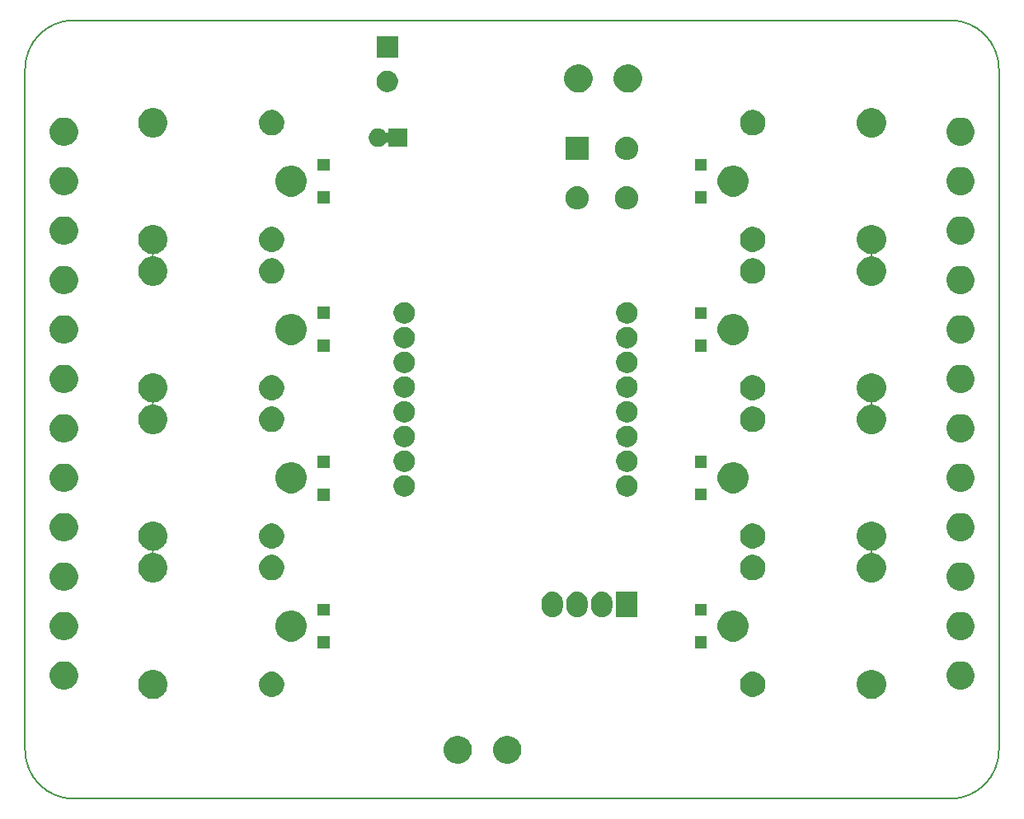
<source format=gbr>
%TF.GenerationSoftware,KiCad,Pcbnew,(5.1.2)-1*%
%TF.CreationDate,2020-01-14T11:15:58-03:00*%
%TF.ProjectId,wifi 2,77696669-2032-42e6-9b69-6361645f7063,rev?*%
%TF.SameCoordinates,Original*%
%TF.FileFunction,Soldermask,Bot*%
%TF.FilePolarity,Negative*%
%FSLAX46Y46*%
G04 Gerber Fmt 4.6, Leading zero omitted, Abs format (unit mm)*
G04 Created by KiCad (PCBNEW (5.1.2)-1) date 2020-01-14 11:15:58*
%MOMM*%
%LPD*%
G04 APERTURE LIST*
%ADD10C,0.150000*%
%ADD11C,0.100000*%
G04 APERTURE END LIST*
D10*
X95000000Y-160000000D02*
X185000000Y-160000000D01*
X90000000Y-85000000D02*
X90000000Y-155000000D01*
X185000000Y-80000000D02*
X95000000Y-80000000D01*
X190000000Y-155000000D02*
X190000000Y-85000000D01*
X190000000Y-155000000D02*
G75*
G02X185000000Y-160000000I-5000000J0D01*
G01*
X185000000Y-80000000D02*
G75*
G02X190000000Y-85000000I0J-5000000D01*
G01*
X90000000Y-85000000D02*
G75*
G02X95000000Y-80000000I5000000J0D01*
G01*
X95000000Y-160000000D02*
G75*
G02X90000000Y-155000000I0J5000000D01*
G01*
D11*
G36*
X139932948Y-153575722D02*
G01*
X140196831Y-153685026D01*
X140196833Y-153685027D01*
X140434321Y-153843711D01*
X140636289Y-154045679D01*
X140794973Y-154283167D01*
X140794974Y-154283169D01*
X140904278Y-154547052D01*
X140960000Y-154827186D01*
X140960000Y-155112814D01*
X140904278Y-155392948D01*
X140794974Y-155656831D01*
X140794973Y-155656833D01*
X140636289Y-155894321D01*
X140434321Y-156096289D01*
X140196833Y-156254973D01*
X140196832Y-156254974D01*
X140196831Y-156254974D01*
X139932948Y-156364278D01*
X139652814Y-156420000D01*
X139367186Y-156420000D01*
X139087052Y-156364278D01*
X138823169Y-156254974D01*
X138823168Y-156254974D01*
X138823167Y-156254973D01*
X138585679Y-156096289D01*
X138383711Y-155894321D01*
X138225027Y-155656833D01*
X138225026Y-155656831D01*
X138115722Y-155392948D01*
X138060000Y-155112814D01*
X138060000Y-154827186D01*
X138115722Y-154547052D01*
X138225026Y-154283169D01*
X138225027Y-154283167D01*
X138383711Y-154045679D01*
X138585679Y-153843711D01*
X138823167Y-153685027D01*
X138823169Y-153685026D01*
X139087052Y-153575722D01*
X139367186Y-153520000D01*
X139652814Y-153520000D01*
X139932948Y-153575722D01*
X139932948Y-153575722D01*
G37*
G36*
X134852948Y-153575722D02*
G01*
X135116831Y-153685026D01*
X135116833Y-153685027D01*
X135354321Y-153843711D01*
X135556289Y-154045679D01*
X135714973Y-154283167D01*
X135714974Y-154283169D01*
X135824278Y-154547052D01*
X135880000Y-154827186D01*
X135880000Y-155112814D01*
X135824278Y-155392948D01*
X135714974Y-155656831D01*
X135714973Y-155656833D01*
X135556289Y-155894321D01*
X135354321Y-156096289D01*
X135116833Y-156254973D01*
X135116832Y-156254974D01*
X135116831Y-156254974D01*
X134852948Y-156364278D01*
X134572814Y-156420000D01*
X134287186Y-156420000D01*
X134007052Y-156364278D01*
X133743169Y-156254974D01*
X133743168Y-156254974D01*
X133743167Y-156254973D01*
X133505679Y-156096289D01*
X133303711Y-155894321D01*
X133145027Y-155656833D01*
X133145026Y-155656831D01*
X133035722Y-155392948D01*
X132980000Y-155112814D01*
X132980000Y-154827186D01*
X133035722Y-154547052D01*
X133145026Y-154283169D01*
X133145027Y-154283167D01*
X133303711Y-154045679D01*
X133505679Y-153843711D01*
X133743167Y-153685027D01*
X133743169Y-153685026D01*
X134007052Y-153575722D01*
X134287186Y-153520000D01*
X134572814Y-153520000D01*
X134852948Y-153575722D01*
X134852948Y-153575722D01*
G37*
G36*
X103557534Y-146797643D02*
G01*
X103797527Y-146897052D01*
X103830517Y-146910717D01*
X103874342Y-146940000D01*
X104076193Y-147074873D01*
X104285127Y-147283807D01*
X104449284Y-147529485D01*
X104562357Y-147802466D01*
X104620000Y-148092262D01*
X104620000Y-148387738D01*
X104562357Y-148677534D01*
X104488525Y-148855779D01*
X104449283Y-148950517D01*
X104285126Y-149196194D01*
X104076194Y-149405126D01*
X103830517Y-149569283D01*
X103830516Y-149569284D01*
X103830515Y-149569284D01*
X103557534Y-149682357D01*
X103267738Y-149740000D01*
X102972262Y-149740000D01*
X102682466Y-149682357D01*
X102409485Y-149569284D01*
X102409484Y-149569284D01*
X102409483Y-149569283D01*
X102163806Y-149405126D01*
X101954874Y-149196194D01*
X101790717Y-148950517D01*
X101751475Y-148855779D01*
X101677643Y-148677534D01*
X101620000Y-148387738D01*
X101620000Y-148092262D01*
X101677643Y-147802466D01*
X101790716Y-147529485D01*
X101954873Y-147283807D01*
X102163807Y-147074873D01*
X102365658Y-146940000D01*
X102409483Y-146910717D01*
X102442473Y-146897052D01*
X102682466Y-146797643D01*
X102972262Y-146740000D01*
X103267738Y-146740000D01*
X103557534Y-146797643D01*
X103557534Y-146797643D01*
G37*
G36*
X177352534Y-146797643D02*
G01*
X177592527Y-146897052D01*
X177625517Y-146910717D01*
X177669342Y-146940000D01*
X177871193Y-147074873D01*
X178080127Y-147283807D01*
X178244284Y-147529485D01*
X178357357Y-147802466D01*
X178415000Y-148092262D01*
X178415000Y-148387738D01*
X178357357Y-148677534D01*
X178283525Y-148855779D01*
X178244283Y-148950517D01*
X178080126Y-149196194D01*
X177871194Y-149405126D01*
X177625517Y-149569283D01*
X177625516Y-149569284D01*
X177625515Y-149569284D01*
X177352534Y-149682357D01*
X177062738Y-149740000D01*
X176767262Y-149740000D01*
X176477466Y-149682357D01*
X176204485Y-149569284D01*
X176204484Y-149569284D01*
X176204483Y-149569283D01*
X175958806Y-149405126D01*
X175749874Y-149196194D01*
X175585717Y-148950517D01*
X175546475Y-148855779D01*
X175472643Y-148677534D01*
X175415000Y-148387738D01*
X175415000Y-148092262D01*
X175472643Y-147802466D01*
X175585716Y-147529485D01*
X175749873Y-147283807D01*
X175958807Y-147074873D01*
X176160658Y-146940000D01*
X176204483Y-146910717D01*
X176237473Y-146897052D01*
X176477466Y-146797643D01*
X176767262Y-146740000D01*
X177062738Y-146740000D01*
X177352534Y-146797643D01*
X177352534Y-146797643D01*
G37*
G36*
X115573617Y-146964979D02*
G01*
X115699196Y-146989958D01*
X115866486Y-147059252D01*
X115904199Y-147074873D01*
X115935781Y-147087955D01*
X116148702Y-147230224D01*
X116329776Y-147411298D01*
X116472045Y-147624219D01*
X116570042Y-147860804D01*
X116620000Y-148111961D01*
X116620000Y-148368039D01*
X116570042Y-148619196D01*
X116472045Y-148855781D01*
X116329776Y-149068702D01*
X116148702Y-149249776D01*
X115935781Y-149392045D01*
X115935780Y-149392046D01*
X115935779Y-149392046D01*
X115866486Y-149420748D01*
X115699196Y-149490042D01*
X115448040Y-149540000D01*
X115191960Y-149540000D01*
X114940804Y-149490042D01*
X114773514Y-149420748D01*
X114704221Y-149392046D01*
X114704220Y-149392046D01*
X114704219Y-149392045D01*
X114491298Y-149249776D01*
X114310224Y-149068702D01*
X114167955Y-148855781D01*
X114069958Y-148619196D01*
X114020000Y-148368039D01*
X114020000Y-148111961D01*
X114069958Y-147860804D01*
X114167955Y-147624219D01*
X114310224Y-147411298D01*
X114491298Y-147230224D01*
X114704219Y-147087955D01*
X114735802Y-147074873D01*
X114773514Y-147059252D01*
X114940804Y-146989958D01*
X115066383Y-146964979D01*
X115191960Y-146940000D01*
X115448040Y-146940000D01*
X115573617Y-146964979D01*
X115573617Y-146964979D01*
G37*
G36*
X164968617Y-146964979D02*
G01*
X165094196Y-146989958D01*
X165261486Y-147059252D01*
X165299199Y-147074873D01*
X165330781Y-147087955D01*
X165543702Y-147230224D01*
X165724776Y-147411298D01*
X165867045Y-147624219D01*
X165965042Y-147860804D01*
X166015000Y-148111961D01*
X166015000Y-148368039D01*
X165965042Y-148619196D01*
X165867045Y-148855781D01*
X165724776Y-149068702D01*
X165543702Y-149249776D01*
X165330781Y-149392045D01*
X165330780Y-149392046D01*
X165330779Y-149392046D01*
X165261486Y-149420748D01*
X165094196Y-149490042D01*
X164843040Y-149540000D01*
X164586960Y-149540000D01*
X164335804Y-149490042D01*
X164168514Y-149420748D01*
X164099221Y-149392046D01*
X164099220Y-149392046D01*
X164099219Y-149392045D01*
X163886298Y-149249776D01*
X163705224Y-149068702D01*
X163562955Y-148855781D01*
X163464958Y-148619196D01*
X163415000Y-148368039D01*
X163415000Y-148111961D01*
X163464958Y-147860804D01*
X163562955Y-147624219D01*
X163705224Y-147411298D01*
X163886298Y-147230224D01*
X164099219Y-147087955D01*
X164130802Y-147074873D01*
X164168514Y-147059252D01*
X164335804Y-146989958D01*
X164461383Y-146964979D01*
X164586960Y-146940000D01*
X164843040Y-146940000D01*
X164968617Y-146964979D01*
X164968617Y-146964979D01*
G37*
G36*
X186477948Y-145925722D02*
G01*
X186741831Y-146035026D01*
X186741833Y-146035027D01*
X186979321Y-146193711D01*
X187181289Y-146395679D01*
X187339973Y-146633167D01*
X187339974Y-146633169D01*
X187449278Y-146897052D01*
X187505000Y-147177186D01*
X187505000Y-147462814D01*
X187449278Y-147742948D01*
X187400460Y-147860804D01*
X187339973Y-148006833D01*
X187181289Y-148244321D01*
X186979321Y-148446289D01*
X186741833Y-148604973D01*
X186741832Y-148604974D01*
X186741831Y-148604974D01*
X186477948Y-148714278D01*
X186197814Y-148770000D01*
X185912186Y-148770000D01*
X185632052Y-148714278D01*
X185368169Y-148604974D01*
X185368168Y-148604974D01*
X185368167Y-148604973D01*
X185130679Y-148446289D01*
X184928711Y-148244321D01*
X184770027Y-148006833D01*
X184709540Y-147860804D01*
X184660722Y-147742948D01*
X184605000Y-147462814D01*
X184605000Y-147177186D01*
X184660722Y-146897052D01*
X184770026Y-146633169D01*
X184770027Y-146633167D01*
X184928711Y-146395679D01*
X185130679Y-146193711D01*
X185368167Y-146035027D01*
X185368169Y-146035026D01*
X185632052Y-145925722D01*
X185912186Y-145870000D01*
X186197814Y-145870000D01*
X186477948Y-145925722D01*
X186477948Y-145925722D01*
G37*
G36*
X94402948Y-145925722D02*
G01*
X94666831Y-146035026D01*
X94666833Y-146035027D01*
X94904321Y-146193711D01*
X95106289Y-146395679D01*
X95264973Y-146633167D01*
X95264974Y-146633169D01*
X95374278Y-146897052D01*
X95430000Y-147177186D01*
X95430000Y-147462814D01*
X95374278Y-147742948D01*
X95325460Y-147860804D01*
X95264973Y-148006833D01*
X95106289Y-148244321D01*
X94904321Y-148446289D01*
X94666833Y-148604973D01*
X94666832Y-148604974D01*
X94666831Y-148604974D01*
X94402948Y-148714278D01*
X94122814Y-148770000D01*
X93837186Y-148770000D01*
X93557052Y-148714278D01*
X93293169Y-148604974D01*
X93293168Y-148604974D01*
X93293167Y-148604973D01*
X93055679Y-148446289D01*
X92853711Y-148244321D01*
X92695027Y-148006833D01*
X92634540Y-147860804D01*
X92585722Y-147742948D01*
X92530000Y-147462814D01*
X92530000Y-147177186D01*
X92585722Y-146897052D01*
X92695026Y-146633169D01*
X92695027Y-146633167D01*
X92853711Y-146395679D01*
X93055679Y-146193711D01*
X93293167Y-146035027D01*
X93293169Y-146035026D01*
X93557052Y-145925722D01*
X93837186Y-145870000D01*
X94122814Y-145870000D01*
X94402948Y-145925722D01*
X94402948Y-145925722D01*
G37*
G36*
X121275450Y-144539310D02*
G01*
X120024550Y-144539310D01*
X120024550Y-143288410D01*
X121275450Y-143288410D01*
X121275450Y-144539310D01*
X121275450Y-144539310D01*
G37*
G36*
X160010450Y-144539310D02*
G01*
X158759550Y-144539310D01*
X158759550Y-143288410D01*
X160010450Y-143288410D01*
X160010450Y-144539310D01*
X160010450Y-144539310D01*
G37*
G36*
X117786703Y-140701486D02*
G01*
X118077883Y-140822097D01*
X118339940Y-140997198D01*
X118562802Y-141220060D01*
X118737903Y-141482117D01*
X118858514Y-141773297D01*
X118920000Y-142082412D01*
X118920000Y-142397588D01*
X118858514Y-142706703D01*
X118737903Y-142997883D01*
X118562802Y-143259940D01*
X118339940Y-143482802D01*
X118077883Y-143657903D01*
X117786703Y-143778514D01*
X117477588Y-143840000D01*
X117162412Y-143840000D01*
X116853297Y-143778514D01*
X116562117Y-143657903D01*
X116300060Y-143482802D01*
X116077198Y-143259940D01*
X115902097Y-142997883D01*
X115781486Y-142706703D01*
X115720000Y-142397588D01*
X115720000Y-142082412D01*
X115781486Y-141773297D01*
X115902097Y-141482117D01*
X116077198Y-141220060D01*
X116300060Y-140997198D01*
X116562117Y-140822097D01*
X116853297Y-140701486D01*
X117162412Y-140640000D01*
X117477588Y-140640000D01*
X117786703Y-140701486D01*
X117786703Y-140701486D01*
G37*
G36*
X163181703Y-140701486D02*
G01*
X163472883Y-140822097D01*
X163734940Y-140997198D01*
X163957802Y-141220060D01*
X164132903Y-141482117D01*
X164253514Y-141773297D01*
X164315000Y-142082412D01*
X164315000Y-142397588D01*
X164253514Y-142706703D01*
X164132903Y-142997883D01*
X163957802Y-143259940D01*
X163734940Y-143482802D01*
X163472883Y-143657903D01*
X163181703Y-143778514D01*
X162872588Y-143840000D01*
X162557412Y-143840000D01*
X162248297Y-143778514D01*
X161957117Y-143657903D01*
X161695060Y-143482802D01*
X161472198Y-143259940D01*
X161297097Y-142997883D01*
X161176486Y-142706703D01*
X161115000Y-142397588D01*
X161115000Y-142082412D01*
X161176486Y-141773297D01*
X161297097Y-141482117D01*
X161472198Y-141220060D01*
X161695060Y-140997198D01*
X161957117Y-140822097D01*
X162248297Y-140701486D01*
X162557412Y-140640000D01*
X162872588Y-140640000D01*
X163181703Y-140701486D01*
X163181703Y-140701486D01*
G37*
G36*
X94402948Y-140845722D02*
G01*
X94666831Y-140955026D01*
X94666833Y-140955027D01*
X94904321Y-141113711D01*
X95106289Y-141315679D01*
X95217498Y-141482116D01*
X95264974Y-141553169D01*
X95374278Y-141817052D01*
X95430000Y-142097186D01*
X95430000Y-142382814D01*
X95374278Y-142662948D01*
X95356154Y-142706703D01*
X95264973Y-142926833D01*
X95106289Y-143164321D01*
X94904321Y-143366289D01*
X94666833Y-143524973D01*
X94666832Y-143524974D01*
X94666831Y-143524974D01*
X94402948Y-143634278D01*
X94122814Y-143690000D01*
X93837186Y-143690000D01*
X93557052Y-143634278D01*
X93293169Y-143524974D01*
X93293168Y-143524974D01*
X93293167Y-143524973D01*
X93055679Y-143366289D01*
X92853711Y-143164321D01*
X92695027Y-142926833D01*
X92603846Y-142706703D01*
X92585722Y-142662948D01*
X92530000Y-142382814D01*
X92530000Y-142097186D01*
X92585722Y-141817052D01*
X92695026Y-141553169D01*
X92742502Y-141482116D01*
X92853711Y-141315679D01*
X93055679Y-141113711D01*
X93293167Y-140955027D01*
X93293169Y-140955026D01*
X93557052Y-140845722D01*
X93837186Y-140790000D01*
X94122814Y-140790000D01*
X94402948Y-140845722D01*
X94402948Y-140845722D01*
G37*
G36*
X186477948Y-140845722D02*
G01*
X186741831Y-140955026D01*
X186741833Y-140955027D01*
X186979321Y-141113711D01*
X187181289Y-141315679D01*
X187292498Y-141482116D01*
X187339974Y-141553169D01*
X187449278Y-141817052D01*
X187505000Y-142097186D01*
X187505000Y-142382814D01*
X187449278Y-142662948D01*
X187431154Y-142706703D01*
X187339973Y-142926833D01*
X187181289Y-143164321D01*
X186979321Y-143366289D01*
X186741833Y-143524973D01*
X186741832Y-143524974D01*
X186741831Y-143524974D01*
X186477948Y-143634278D01*
X186197814Y-143690000D01*
X185912186Y-143690000D01*
X185632052Y-143634278D01*
X185368169Y-143524974D01*
X185368168Y-143524974D01*
X185368167Y-143524973D01*
X185130679Y-143366289D01*
X184928711Y-143164321D01*
X184770027Y-142926833D01*
X184678846Y-142706703D01*
X184660722Y-142662948D01*
X184605000Y-142382814D01*
X184605000Y-142097186D01*
X184660722Y-141817052D01*
X184770026Y-141553169D01*
X184817502Y-141482116D01*
X184928711Y-141315679D01*
X185130679Y-141113711D01*
X185368167Y-140955027D01*
X185368169Y-140955026D01*
X185632052Y-140845722D01*
X185912186Y-140790000D01*
X186197814Y-140790000D01*
X186477948Y-140845722D01*
X186477948Y-140845722D01*
G37*
G36*
X146890735Y-138725554D02*
G01*
X147093376Y-138787024D01*
X147280128Y-138886846D01*
X147443818Y-139021182D01*
X147543160Y-139142232D01*
X147578154Y-139184872D01*
X147578155Y-139184874D01*
X147677975Y-139371623D01*
X147739446Y-139574266D01*
X147755000Y-139732191D01*
X147755000Y-140287810D01*
X147739446Y-140445735D01*
X147677976Y-140648376D01*
X147578154Y-140835128D01*
X147443818Y-140998818D01*
X147330986Y-141091415D01*
X147280128Y-141133154D01*
X147186751Y-141183065D01*
X147093375Y-141232976D01*
X146890734Y-141294446D01*
X146680000Y-141315201D01*
X146469265Y-141294446D01*
X146266624Y-141232976D01*
X146079872Y-141133154D01*
X145916182Y-140998818D01*
X145823585Y-140885986D01*
X145781846Y-140835128D01*
X145682025Y-140648376D01*
X145682024Y-140648375D01*
X145620554Y-140445734D01*
X145605000Y-140287809D01*
X145605000Y-139732190D01*
X145620554Y-139574265D01*
X145682024Y-139371624D01*
X145781847Y-139184872D01*
X145916183Y-139021182D01*
X146079873Y-138886846D01*
X146266625Y-138787024D01*
X146469266Y-138725554D01*
X146680000Y-138704799D01*
X146890735Y-138725554D01*
X146890735Y-138725554D01*
G37*
G36*
X144350735Y-138725554D02*
G01*
X144553376Y-138787024D01*
X144740128Y-138886846D01*
X144903818Y-139021182D01*
X145003160Y-139142232D01*
X145038154Y-139184872D01*
X145038155Y-139184874D01*
X145137975Y-139371623D01*
X145199446Y-139574266D01*
X145215000Y-139732191D01*
X145215000Y-140287810D01*
X145199446Y-140445735D01*
X145137976Y-140648376D01*
X145038154Y-140835128D01*
X144903818Y-140998818D01*
X144790986Y-141091415D01*
X144740128Y-141133154D01*
X144646751Y-141183065D01*
X144553375Y-141232976D01*
X144350734Y-141294446D01*
X144140000Y-141315201D01*
X143929265Y-141294446D01*
X143726624Y-141232976D01*
X143539872Y-141133154D01*
X143376182Y-140998818D01*
X143283585Y-140885986D01*
X143241846Y-140835128D01*
X143142025Y-140648376D01*
X143142024Y-140648375D01*
X143080554Y-140445734D01*
X143065000Y-140287809D01*
X143065000Y-139732190D01*
X143080554Y-139574265D01*
X143142024Y-139371624D01*
X143241847Y-139184872D01*
X143376183Y-139021182D01*
X143539873Y-138886846D01*
X143726625Y-138787024D01*
X143929266Y-138725554D01*
X144140000Y-138704799D01*
X144350735Y-138725554D01*
X144350735Y-138725554D01*
G37*
G36*
X149430735Y-138725554D02*
G01*
X149633376Y-138787024D01*
X149820128Y-138886846D01*
X149983818Y-139021182D01*
X150083160Y-139142232D01*
X150118154Y-139184872D01*
X150118155Y-139184874D01*
X150217975Y-139371623D01*
X150279446Y-139574266D01*
X150295000Y-139732191D01*
X150295000Y-140287810D01*
X150279446Y-140445735D01*
X150217976Y-140648376D01*
X150118154Y-140835128D01*
X149983818Y-140998818D01*
X149870986Y-141091415D01*
X149820128Y-141133154D01*
X149726751Y-141183065D01*
X149633375Y-141232976D01*
X149430734Y-141294446D01*
X149220000Y-141315201D01*
X149009265Y-141294446D01*
X148806624Y-141232976D01*
X148619872Y-141133154D01*
X148456182Y-140998818D01*
X148363585Y-140885986D01*
X148321846Y-140835128D01*
X148222025Y-140648376D01*
X148222024Y-140648375D01*
X148160554Y-140445734D01*
X148145000Y-140287809D01*
X148145000Y-139732190D01*
X148160554Y-139574265D01*
X148222024Y-139371624D01*
X148321847Y-139184872D01*
X148456183Y-139021182D01*
X148619873Y-138886846D01*
X148806625Y-138787024D01*
X149009266Y-138725554D01*
X149220000Y-138704799D01*
X149430735Y-138725554D01*
X149430735Y-138725554D01*
G37*
G36*
X152835000Y-141310000D02*
G01*
X150685000Y-141310000D01*
X150685000Y-138710000D01*
X152835000Y-138710000D01*
X152835000Y-141310000D01*
X152835000Y-141310000D01*
G37*
G36*
X160010450Y-141191590D02*
G01*
X158759550Y-141191590D01*
X158759550Y-139940690D01*
X160010450Y-139940690D01*
X160010450Y-141191590D01*
X160010450Y-141191590D01*
G37*
G36*
X121275450Y-141191590D02*
G01*
X120024550Y-141191590D01*
X120024550Y-139940690D01*
X121275450Y-139940690D01*
X121275450Y-141191590D01*
X121275450Y-141191590D01*
G37*
G36*
X94402948Y-135765722D02*
G01*
X94632496Y-135860804D01*
X94666833Y-135875027D01*
X94904321Y-136033711D01*
X95106289Y-136235679D01*
X95207891Y-136387738D01*
X95264974Y-136473169D01*
X95374278Y-136737052D01*
X95430000Y-137017186D01*
X95430000Y-137302814D01*
X95374278Y-137582948D01*
X95333101Y-137682357D01*
X95264973Y-137846833D01*
X95106289Y-138084321D01*
X94904321Y-138286289D01*
X94666833Y-138444973D01*
X94666832Y-138444974D01*
X94666831Y-138444974D01*
X94402948Y-138554278D01*
X94122814Y-138610000D01*
X93837186Y-138610000D01*
X93557052Y-138554278D01*
X93293169Y-138444974D01*
X93293168Y-138444974D01*
X93293167Y-138444973D01*
X93055679Y-138286289D01*
X92853711Y-138084321D01*
X92695027Y-137846833D01*
X92626899Y-137682357D01*
X92585722Y-137582948D01*
X92530000Y-137302814D01*
X92530000Y-137017186D01*
X92585722Y-136737052D01*
X92695026Y-136473169D01*
X92752109Y-136387738D01*
X92853711Y-136235679D01*
X93055679Y-136033711D01*
X93293167Y-135875027D01*
X93327504Y-135860804D01*
X93557052Y-135765722D01*
X93837186Y-135710000D01*
X94122814Y-135710000D01*
X94402948Y-135765722D01*
X94402948Y-135765722D01*
G37*
G36*
X186477948Y-135765722D02*
G01*
X186707496Y-135860804D01*
X186741833Y-135875027D01*
X186979321Y-136033711D01*
X187181289Y-136235679D01*
X187282891Y-136387738D01*
X187339974Y-136473169D01*
X187449278Y-136737052D01*
X187505000Y-137017186D01*
X187505000Y-137302814D01*
X187449278Y-137582948D01*
X187408101Y-137682357D01*
X187339973Y-137846833D01*
X187181289Y-138084321D01*
X186979321Y-138286289D01*
X186741833Y-138444973D01*
X186741832Y-138444974D01*
X186741831Y-138444974D01*
X186477948Y-138554278D01*
X186197814Y-138610000D01*
X185912186Y-138610000D01*
X185632052Y-138554278D01*
X185368169Y-138444974D01*
X185368168Y-138444974D01*
X185368167Y-138444973D01*
X185130679Y-138286289D01*
X184928711Y-138084321D01*
X184770027Y-137846833D01*
X184701899Y-137682357D01*
X184660722Y-137582948D01*
X184605000Y-137302814D01*
X184605000Y-137017186D01*
X184660722Y-136737052D01*
X184770026Y-136473169D01*
X184827109Y-136387738D01*
X184928711Y-136235679D01*
X185130679Y-136033711D01*
X185368167Y-135875027D01*
X185402504Y-135860804D01*
X185632052Y-135765722D01*
X185912186Y-135710000D01*
X186197814Y-135710000D01*
X186477948Y-135765722D01*
X186477948Y-135765722D01*
G37*
G36*
X177352534Y-131557643D02*
G01*
X177592527Y-131657052D01*
X177625517Y-131670717D01*
X177669342Y-131700000D01*
X177871193Y-131834873D01*
X178080127Y-132043807D01*
X178244284Y-132289485D01*
X178357357Y-132562466D01*
X178415000Y-132852262D01*
X178415000Y-133147738D01*
X178357357Y-133437534D01*
X178283525Y-133615779D01*
X178244283Y-133710517D01*
X178080126Y-133956194D01*
X177871194Y-134165126D01*
X177625517Y-134329283D01*
X177625516Y-134329284D01*
X177625515Y-134329284D01*
X177352534Y-134442357D01*
X177075794Y-134497403D01*
X177052345Y-134504516D01*
X177030735Y-134516067D01*
X177011793Y-134531612D01*
X176996247Y-134550554D01*
X176984696Y-134572165D01*
X176977583Y-134595614D01*
X176975181Y-134620000D01*
X176977583Y-134644386D01*
X176984696Y-134667835D01*
X176996247Y-134689445D01*
X177011792Y-134708387D01*
X177030734Y-134723933D01*
X177052345Y-134735484D01*
X177075794Y-134742597D01*
X177352534Y-134797643D01*
X177625515Y-134910716D01*
X177625517Y-134910717D01*
X177669342Y-134940000D01*
X177871193Y-135074873D01*
X178080127Y-135283807D01*
X178244284Y-135529485D01*
X178357357Y-135802466D01*
X178415000Y-136092262D01*
X178415000Y-136387738D01*
X178357357Y-136677534D01*
X178283525Y-136855779D01*
X178244283Y-136950517D01*
X178080126Y-137196194D01*
X177871194Y-137405126D01*
X177625517Y-137569283D01*
X177625516Y-137569284D01*
X177625515Y-137569284D01*
X177352534Y-137682357D01*
X177062738Y-137740000D01*
X176767262Y-137740000D01*
X176477466Y-137682357D01*
X176204485Y-137569284D01*
X176204484Y-137569284D01*
X176204483Y-137569283D01*
X175958806Y-137405126D01*
X175749874Y-137196194D01*
X175585717Y-136950517D01*
X175546475Y-136855779D01*
X175472643Y-136677534D01*
X175415000Y-136387738D01*
X175415000Y-136092262D01*
X175472643Y-135802466D01*
X175585716Y-135529485D01*
X175749873Y-135283807D01*
X175958807Y-135074873D01*
X176160658Y-134940000D01*
X176204483Y-134910717D01*
X176204485Y-134910716D01*
X176477466Y-134797643D01*
X176754206Y-134742597D01*
X176777655Y-134735484D01*
X176799265Y-134723933D01*
X176818207Y-134708388D01*
X176833753Y-134689446D01*
X176845304Y-134667835D01*
X176852417Y-134644386D01*
X176854819Y-134620000D01*
X176852417Y-134595614D01*
X176845304Y-134572165D01*
X176833753Y-134550555D01*
X176818208Y-134531613D01*
X176799266Y-134516067D01*
X176777655Y-134504516D01*
X176754206Y-134497403D01*
X176477466Y-134442357D01*
X176204485Y-134329284D01*
X176204484Y-134329284D01*
X176204483Y-134329283D01*
X175958806Y-134165126D01*
X175749874Y-133956194D01*
X175585717Y-133710517D01*
X175546475Y-133615779D01*
X175472643Y-133437534D01*
X175415000Y-133147738D01*
X175415000Y-132852262D01*
X175472643Y-132562466D01*
X175585716Y-132289485D01*
X175749873Y-132043807D01*
X175958807Y-131834873D01*
X176160658Y-131700000D01*
X176204483Y-131670717D01*
X176237473Y-131657052D01*
X176477466Y-131557643D01*
X176767262Y-131500000D01*
X177062738Y-131500000D01*
X177352534Y-131557643D01*
X177352534Y-131557643D01*
G37*
G36*
X103557534Y-131557643D02*
G01*
X103797527Y-131657052D01*
X103830517Y-131670717D01*
X103874342Y-131700000D01*
X104076193Y-131834873D01*
X104285127Y-132043807D01*
X104449284Y-132289485D01*
X104562357Y-132562466D01*
X104620000Y-132852262D01*
X104620000Y-133147738D01*
X104562357Y-133437534D01*
X104488525Y-133615779D01*
X104449283Y-133710517D01*
X104285126Y-133956194D01*
X104076194Y-134165126D01*
X103830517Y-134329283D01*
X103830516Y-134329284D01*
X103830515Y-134329284D01*
X103557534Y-134442357D01*
X103280794Y-134497403D01*
X103257345Y-134504516D01*
X103235735Y-134516067D01*
X103216793Y-134531612D01*
X103201247Y-134550554D01*
X103189696Y-134572165D01*
X103182583Y-134595614D01*
X103180181Y-134620000D01*
X103182583Y-134644386D01*
X103189696Y-134667835D01*
X103201247Y-134689445D01*
X103216792Y-134708387D01*
X103235734Y-134723933D01*
X103257345Y-134735484D01*
X103280794Y-134742597D01*
X103557534Y-134797643D01*
X103830515Y-134910716D01*
X103830517Y-134910717D01*
X103874342Y-134940000D01*
X104076193Y-135074873D01*
X104285127Y-135283807D01*
X104449284Y-135529485D01*
X104562357Y-135802466D01*
X104620000Y-136092262D01*
X104620000Y-136387738D01*
X104562357Y-136677534D01*
X104488525Y-136855779D01*
X104449283Y-136950517D01*
X104285126Y-137196194D01*
X104076194Y-137405126D01*
X103830517Y-137569283D01*
X103830516Y-137569284D01*
X103830515Y-137569284D01*
X103557534Y-137682357D01*
X103267738Y-137740000D01*
X102972262Y-137740000D01*
X102682466Y-137682357D01*
X102409485Y-137569284D01*
X102409484Y-137569284D01*
X102409483Y-137569283D01*
X102163806Y-137405126D01*
X101954874Y-137196194D01*
X101790717Y-136950517D01*
X101751475Y-136855779D01*
X101677643Y-136677534D01*
X101620000Y-136387738D01*
X101620000Y-136092262D01*
X101677643Y-135802466D01*
X101790716Y-135529485D01*
X101954873Y-135283807D01*
X102163807Y-135074873D01*
X102365658Y-134940000D01*
X102409483Y-134910717D01*
X102409485Y-134910716D01*
X102682466Y-134797643D01*
X102959206Y-134742597D01*
X102982655Y-134735484D01*
X103004265Y-134723933D01*
X103023207Y-134708388D01*
X103038753Y-134689446D01*
X103050304Y-134667835D01*
X103057417Y-134644386D01*
X103059819Y-134620000D01*
X103057417Y-134595614D01*
X103050304Y-134572165D01*
X103038753Y-134550555D01*
X103023208Y-134531613D01*
X103004266Y-134516067D01*
X102982655Y-134504516D01*
X102959206Y-134497403D01*
X102682466Y-134442357D01*
X102409485Y-134329284D01*
X102409484Y-134329284D01*
X102409483Y-134329283D01*
X102163806Y-134165126D01*
X101954874Y-133956194D01*
X101790717Y-133710517D01*
X101751475Y-133615779D01*
X101677643Y-133437534D01*
X101620000Y-133147738D01*
X101620000Y-132852262D01*
X101677643Y-132562466D01*
X101790716Y-132289485D01*
X101954873Y-132043807D01*
X102163807Y-131834873D01*
X102365658Y-131700000D01*
X102409483Y-131670717D01*
X102442473Y-131657052D01*
X102682466Y-131557643D01*
X102972262Y-131500000D01*
X103267738Y-131500000D01*
X103557534Y-131557643D01*
X103557534Y-131557643D01*
G37*
G36*
X165094196Y-134989958D02*
G01*
X165261486Y-135059252D01*
X165299199Y-135074873D01*
X165330781Y-135087955D01*
X165543702Y-135230224D01*
X165724776Y-135411298D01*
X165867045Y-135624219D01*
X165965042Y-135860804D01*
X166015000Y-136111961D01*
X166015000Y-136368039D01*
X165965042Y-136619196D01*
X165867045Y-136855781D01*
X165724776Y-137068702D01*
X165543702Y-137249776D01*
X165330781Y-137392045D01*
X165330780Y-137392046D01*
X165330779Y-137392046D01*
X165261486Y-137420748D01*
X165094196Y-137490042D01*
X164968617Y-137515021D01*
X164843040Y-137540000D01*
X164586960Y-137540000D01*
X164461383Y-137515021D01*
X164335804Y-137490042D01*
X164168514Y-137420748D01*
X164099221Y-137392046D01*
X164099220Y-137392046D01*
X164099219Y-137392045D01*
X163886298Y-137249776D01*
X163705224Y-137068702D01*
X163562955Y-136855781D01*
X163464958Y-136619196D01*
X163415000Y-136368039D01*
X163415000Y-136111961D01*
X163464958Y-135860804D01*
X163562955Y-135624219D01*
X163705224Y-135411298D01*
X163886298Y-135230224D01*
X164099219Y-135087955D01*
X164130802Y-135074873D01*
X164168514Y-135059252D01*
X164335804Y-134989958D01*
X164586960Y-134940000D01*
X164843040Y-134940000D01*
X165094196Y-134989958D01*
X165094196Y-134989958D01*
G37*
G36*
X115699196Y-134989958D02*
G01*
X115866486Y-135059252D01*
X115904199Y-135074873D01*
X115935781Y-135087955D01*
X116148702Y-135230224D01*
X116329776Y-135411298D01*
X116472045Y-135624219D01*
X116570042Y-135860804D01*
X116620000Y-136111961D01*
X116620000Y-136368039D01*
X116570042Y-136619196D01*
X116472045Y-136855781D01*
X116329776Y-137068702D01*
X116148702Y-137249776D01*
X115935781Y-137392045D01*
X115935780Y-137392046D01*
X115935779Y-137392046D01*
X115866486Y-137420748D01*
X115699196Y-137490042D01*
X115573617Y-137515021D01*
X115448040Y-137540000D01*
X115191960Y-137540000D01*
X115066383Y-137515021D01*
X114940804Y-137490042D01*
X114773514Y-137420748D01*
X114704221Y-137392046D01*
X114704220Y-137392046D01*
X114704219Y-137392045D01*
X114491298Y-137249776D01*
X114310224Y-137068702D01*
X114167955Y-136855781D01*
X114069958Y-136619196D01*
X114020000Y-136368039D01*
X114020000Y-136111961D01*
X114069958Y-135860804D01*
X114167955Y-135624219D01*
X114310224Y-135411298D01*
X114491298Y-135230224D01*
X114704219Y-135087955D01*
X114735802Y-135074873D01*
X114773514Y-135059252D01*
X114940804Y-134989958D01*
X115191960Y-134940000D01*
X115448040Y-134940000D01*
X115699196Y-134989958D01*
X115699196Y-134989958D01*
G37*
G36*
X115699196Y-131749958D02*
G01*
X115866486Y-131819252D01*
X115904199Y-131834873D01*
X115935781Y-131847955D01*
X116148702Y-131990224D01*
X116329776Y-132171298D01*
X116472045Y-132384219D01*
X116570042Y-132620804D01*
X116620000Y-132871961D01*
X116620000Y-133128039D01*
X116570042Y-133379196D01*
X116472045Y-133615781D01*
X116329776Y-133828702D01*
X116148702Y-134009776D01*
X115935781Y-134152045D01*
X115935780Y-134152046D01*
X115935779Y-134152046D01*
X115866486Y-134180748D01*
X115699196Y-134250042D01*
X115448040Y-134300000D01*
X115191960Y-134300000D01*
X114940804Y-134250042D01*
X114773514Y-134180748D01*
X114704221Y-134152046D01*
X114704220Y-134152046D01*
X114704219Y-134152045D01*
X114491298Y-134009776D01*
X114310224Y-133828702D01*
X114167955Y-133615781D01*
X114069958Y-133379196D01*
X114020000Y-133128039D01*
X114020000Y-132871961D01*
X114069958Y-132620804D01*
X114167955Y-132384219D01*
X114310224Y-132171298D01*
X114491298Y-131990224D01*
X114704219Y-131847955D01*
X114735802Y-131834873D01*
X114773514Y-131819252D01*
X114940804Y-131749958D01*
X115191960Y-131700000D01*
X115448040Y-131700000D01*
X115699196Y-131749958D01*
X115699196Y-131749958D01*
G37*
G36*
X165094196Y-131749958D02*
G01*
X165261486Y-131819252D01*
X165299199Y-131834873D01*
X165330781Y-131847955D01*
X165543702Y-131990224D01*
X165724776Y-132171298D01*
X165867045Y-132384219D01*
X165965042Y-132620804D01*
X166015000Y-132871961D01*
X166015000Y-133128039D01*
X165965042Y-133379196D01*
X165867045Y-133615781D01*
X165724776Y-133828702D01*
X165543702Y-134009776D01*
X165330781Y-134152045D01*
X165330780Y-134152046D01*
X165330779Y-134152046D01*
X165261486Y-134180748D01*
X165094196Y-134250042D01*
X164843040Y-134300000D01*
X164586960Y-134300000D01*
X164335804Y-134250042D01*
X164168514Y-134180748D01*
X164099221Y-134152046D01*
X164099220Y-134152046D01*
X164099219Y-134152045D01*
X163886298Y-134009776D01*
X163705224Y-133828702D01*
X163562955Y-133615781D01*
X163464958Y-133379196D01*
X163415000Y-133128039D01*
X163415000Y-132871961D01*
X163464958Y-132620804D01*
X163562955Y-132384219D01*
X163705224Y-132171298D01*
X163886298Y-131990224D01*
X164099219Y-131847955D01*
X164130802Y-131834873D01*
X164168514Y-131819252D01*
X164335804Y-131749958D01*
X164586960Y-131700000D01*
X164843040Y-131700000D01*
X165094196Y-131749958D01*
X165094196Y-131749958D01*
G37*
G36*
X186477948Y-130685722D02*
G01*
X186741831Y-130795026D01*
X186741833Y-130795027D01*
X186979321Y-130953711D01*
X187181289Y-131155679D01*
X187339973Y-131393167D01*
X187339974Y-131393169D01*
X187449278Y-131657052D01*
X187505000Y-131937186D01*
X187505000Y-132222814D01*
X187449278Y-132502948D01*
X187400460Y-132620804D01*
X187339973Y-132766833D01*
X187181289Y-133004321D01*
X186979321Y-133206289D01*
X186741833Y-133364973D01*
X186741832Y-133364974D01*
X186741831Y-133364974D01*
X186477948Y-133474278D01*
X186197814Y-133530000D01*
X185912186Y-133530000D01*
X185632052Y-133474278D01*
X185368169Y-133364974D01*
X185368168Y-133364974D01*
X185368167Y-133364973D01*
X185130679Y-133206289D01*
X184928711Y-133004321D01*
X184770027Y-132766833D01*
X184709540Y-132620804D01*
X184660722Y-132502948D01*
X184605000Y-132222814D01*
X184605000Y-131937186D01*
X184660722Y-131657052D01*
X184770026Y-131393169D01*
X184770027Y-131393167D01*
X184928711Y-131155679D01*
X185130679Y-130953711D01*
X185368167Y-130795027D01*
X185368169Y-130795026D01*
X185632052Y-130685722D01*
X185912186Y-130630000D01*
X186197814Y-130630000D01*
X186477948Y-130685722D01*
X186477948Y-130685722D01*
G37*
G36*
X94402948Y-130685722D02*
G01*
X94666831Y-130795026D01*
X94666833Y-130795027D01*
X94904321Y-130953711D01*
X95106289Y-131155679D01*
X95264973Y-131393167D01*
X95264974Y-131393169D01*
X95374278Y-131657052D01*
X95430000Y-131937186D01*
X95430000Y-132222814D01*
X95374278Y-132502948D01*
X95325460Y-132620804D01*
X95264973Y-132766833D01*
X95106289Y-133004321D01*
X94904321Y-133206289D01*
X94666833Y-133364973D01*
X94666832Y-133364974D01*
X94666831Y-133364974D01*
X94402948Y-133474278D01*
X94122814Y-133530000D01*
X93837186Y-133530000D01*
X93557052Y-133474278D01*
X93293169Y-133364974D01*
X93293168Y-133364974D01*
X93293167Y-133364973D01*
X93055679Y-133206289D01*
X92853711Y-133004321D01*
X92695027Y-132766833D01*
X92634540Y-132620804D01*
X92585722Y-132502948D01*
X92530000Y-132222814D01*
X92530000Y-131937186D01*
X92585722Y-131657052D01*
X92695026Y-131393169D01*
X92695027Y-131393167D01*
X92853711Y-131155679D01*
X93055679Y-130953711D01*
X93293167Y-130795027D01*
X93293169Y-130795026D01*
X93557052Y-130685722D01*
X93837186Y-130630000D01*
X94122814Y-130630000D01*
X94402948Y-130685722D01*
X94402948Y-130685722D01*
G37*
G36*
X121275450Y-129359310D02*
G01*
X120024550Y-129359310D01*
X120024550Y-128108410D01*
X121275450Y-128108410D01*
X121275450Y-129359310D01*
X121275450Y-129359310D01*
G37*
G36*
X160010450Y-129339310D02*
G01*
X158759550Y-129339310D01*
X158759550Y-128088410D01*
X160010450Y-128088410D01*
X160010450Y-129339310D01*
X160010450Y-129339310D01*
G37*
G36*
X152120857Y-126782272D02*
G01*
X152301717Y-126857187D01*
X152321045Y-126865193D01*
X152411738Y-126925792D01*
X152501208Y-126985574D01*
X152654426Y-127138792D01*
X152774808Y-127318957D01*
X152857728Y-127519143D01*
X152900000Y-127731658D01*
X152900000Y-127948342D01*
X152857728Y-128160857D01*
X152823785Y-128242802D01*
X152774807Y-128361045D01*
X152715369Y-128450000D01*
X152656227Y-128538513D01*
X152654425Y-128541209D01*
X152501209Y-128694425D01*
X152321045Y-128814807D01*
X152321044Y-128814808D01*
X152321043Y-128814808D01*
X152120857Y-128897728D01*
X151908342Y-128940000D01*
X151691658Y-128940000D01*
X151479143Y-128897728D01*
X151278957Y-128814808D01*
X151278956Y-128814808D01*
X151278955Y-128814807D01*
X151098791Y-128694425D01*
X150945575Y-128541209D01*
X150943774Y-128538513D01*
X150884631Y-128450000D01*
X150825193Y-128361045D01*
X150776215Y-128242802D01*
X150742272Y-128160857D01*
X150700000Y-127948342D01*
X150700000Y-127731658D01*
X150742272Y-127519143D01*
X150825192Y-127318957D01*
X150945574Y-127138792D01*
X151098792Y-126985574D01*
X151188262Y-126925792D01*
X151278955Y-126865193D01*
X151298283Y-126857187D01*
X151479143Y-126782272D01*
X151691658Y-126740000D01*
X151908342Y-126740000D01*
X152120857Y-126782272D01*
X152120857Y-126782272D01*
G37*
G36*
X129260857Y-126782272D02*
G01*
X129441717Y-126857187D01*
X129461045Y-126865193D01*
X129551738Y-126925792D01*
X129641208Y-126985574D01*
X129794426Y-127138792D01*
X129914808Y-127318957D01*
X129997728Y-127519143D01*
X130040000Y-127731658D01*
X130040000Y-127948342D01*
X129997728Y-128160857D01*
X129963785Y-128242802D01*
X129914807Y-128361045D01*
X129855369Y-128450000D01*
X129796227Y-128538513D01*
X129794425Y-128541209D01*
X129641209Y-128694425D01*
X129461045Y-128814807D01*
X129461044Y-128814808D01*
X129461043Y-128814808D01*
X129260857Y-128897728D01*
X129048342Y-128940000D01*
X128831658Y-128940000D01*
X128619143Y-128897728D01*
X128418957Y-128814808D01*
X128418956Y-128814808D01*
X128418955Y-128814807D01*
X128238791Y-128694425D01*
X128085575Y-128541209D01*
X128083774Y-128538513D01*
X128024631Y-128450000D01*
X127965193Y-128361045D01*
X127916215Y-128242802D01*
X127882272Y-128160857D01*
X127840000Y-127948342D01*
X127840000Y-127731658D01*
X127882272Y-127519143D01*
X127965192Y-127318957D01*
X128085574Y-127138792D01*
X128238792Y-126985574D01*
X128328262Y-126925792D01*
X128418955Y-126865193D01*
X128438283Y-126857187D01*
X128619143Y-126782272D01*
X128831658Y-126740000D01*
X129048342Y-126740000D01*
X129260857Y-126782272D01*
X129260857Y-126782272D01*
G37*
G36*
X163181703Y-125461486D02*
G01*
X163472883Y-125582097D01*
X163734940Y-125757198D01*
X163957802Y-125980060D01*
X164132903Y-126242117D01*
X164253514Y-126533297D01*
X164315000Y-126842412D01*
X164315000Y-127157588D01*
X164253514Y-127466703D01*
X164132903Y-127757883D01*
X163957802Y-128019940D01*
X163734940Y-128242802D01*
X163472883Y-128417903D01*
X163181703Y-128538514D01*
X162872588Y-128600000D01*
X162557412Y-128600000D01*
X162248297Y-128538514D01*
X161957117Y-128417903D01*
X161695060Y-128242802D01*
X161472198Y-128019940D01*
X161297097Y-127757883D01*
X161176486Y-127466703D01*
X161115000Y-127157588D01*
X161115000Y-126842412D01*
X161176486Y-126533297D01*
X161297097Y-126242117D01*
X161472198Y-125980060D01*
X161695060Y-125757198D01*
X161957117Y-125582097D01*
X162248297Y-125461486D01*
X162557412Y-125400000D01*
X162872588Y-125400000D01*
X163181703Y-125461486D01*
X163181703Y-125461486D01*
G37*
G36*
X117786703Y-125461486D02*
G01*
X118077883Y-125582097D01*
X118339940Y-125757198D01*
X118562802Y-125980060D01*
X118737903Y-126242117D01*
X118858514Y-126533297D01*
X118920000Y-126842412D01*
X118920000Y-127157588D01*
X118858514Y-127466703D01*
X118737903Y-127757883D01*
X118562802Y-128019940D01*
X118339940Y-128242802D01*
X118077883Y-128417903D01*
X117786703Y-128538514D01*
X117477588Y-128600000D01*
X117162412Y-128600000D01*
X116853297Y-128538514D01*
X116562117Y-128417903D01*
X116300060Y-128242802D01*
X116077198Y-128019940D01*
X115902097Y-127757883D01*
X115781486Y-127466703D01*
X115720000Y-127157588D01*
X115720000Y-126842412D01*
X115781486Y-126533297D01*
X115902097Y-126242117D01*
X116077198Y-125980060D01*
X116300060Y-125757198D01*
X116562117Y-125582097D01*
X116853297Y-125461486D01*
X117162412Y-125400000D01*
X117477588Y-125400000D01*
X117786703Y-125461486D01*
X117786703Y-125461486D01*
G37*
G36*
X186477948Y-125605722D02*
G01*
X186741831Y-125715026D01*
X186741833Y-125715027D01*
X186979321Y-125873711D01*
X187181289Y-126075679D01*
X187314342Y-126274808D01*
X187339974Y-126313169D01*
X187449278Y-126577052D01*
X187505000Y-126857186D01*
X187505000Y-127142814D01*
X187449278Y-127422948D01*
X187339974Y-127686831D01*
X187339973Y-127686833D01*
X187181289Y-127924321D01*
X186979321Y-128126289D01*
X186741833Y-128284973D01*
X186741832Y-128284974D01*
X186741831Y-128284974D01*
X186477948Y-128394278D01*
X186197814Y-128450000D01*
X185912186Y-128450000D01*
X185632052Y-128394278D01*
X185368169Y-128284974D01*
X185368168Y-128284974D01*
X185368167Y-128284973D01*
X185130679Y-128126289D01*
X184928711Y-127924321D01*
X184770027Y-127686833D01*
X184770026Y-127686831D01*
X184660722Y-127422948D01*
X184605000Y-127142814D01*
X184605000Y-126857186D01*
X184660722Y-126577052D01*
X184770026Y-126313169D01*
X184795658Y-126274808D01*
X184928711Y-126075679D01*
X185130679Y-125873711D01*
X185368167Y-125715027D01*
X185368169Y-125715026D01*
X185632052Y-125605722D01*
X185912186Y-125550000D01*
X186197814Y-125550000D01*
X186477948Y-125605722D01*
X186477948Y-125605722D01*
G37*
G36*
X94402948Y-125605722D02*
G01*
X94666831Y-125715026D01*
X94666833Y-125715027D01*
X94904321Y-125873711D01*
X95106289Y-126075679D01*
X95239342Y-126274808D01*
X95264974Y-126313169D01*
X95374278Y-126577052D01*
X95430000Y-126857186D01*
X95430000Y-127142814D01*
X95374278Y-127422948D01*
X95264974Y-127686831D01*
X95264973Y-127686833D01*
X95106289Y-127924321D01*
X94904321Y-128126289D01*
X94666833Y-128284973D01*
X94666832Y-128284974D01*
X94666831Y-128284974D01*
X94402948Y-128394278D01*
X94122814Y-128450000D01*
X93837186Y-128450000D01*
X93557052Y-128394278D01*
X93293169Y-128284974D01*
X93293168Y-128284974D01*
X93293167Y-128284973D01*
X93055679Y-128126289D01*
X92853711Y-127924321D01*
X92695027Y-127686833D01*
X92695026Y-127686831D01*
X92585722Y-127422948D01*
X92530000Y-127142814D01*
X92530000Y-126857186D01*
X92585722Y-126577052D01*
X92695026Y-126313169D01*
X92720658Y-126274808D01*
X92853711Y-126075679D01*
X93055679Y-125873711D01*
X93293167Y-125715027D01*
X93293169Y-125715026D01*
X93557052Y-125605722D01*
X93837186Y-125550000D01*
X94122814Y-125550000D01*
X94402948Y-125605722D01*
X94402948Y-125605722D01*
G37*
G36*
X152120857Y-124242272D02*
G01*
X152321043Y-124325192D01*
X152321045Y-124325193D01*
X152501209Y-124445575D01*
X152654425Y-124598791D01*
X152762603Y-124760690D01*
X152774808Y-124778957D01*
X152857728Y-124979143D01*
X152900000Y-125191658D01*
X152900000Y-125408342D01*
X152857728Y-125620857D01*
X152801253Y-125757199D01*
X152774807Y-125821045D01*
X152714208Y-125911738D01*
X152660853Y-125991590D01*
X152654425Y-126001209D01*
X152501209Y-126154425D01*
X152321045Y-126274807D01*
X152321044Y-126274808D01*
X152321043Y-126274808D01*
X152120857Y-126357728D01*
X151908342Y-126400000D01*
X151691658Y-126400000D01*
X151479143Y-126357728D01*
X151278957Y-126274808D01*
X151278956Y-126274808D01*
X151278955Y-126274807D01*
X151098791Y-126154425D01*
X150945575Y-126001209D01*
X150939148Y-125991590D01*
X150885792Y-125911738D01*
X150825193Y-125821045D01*
X150798747Y-125757199D01*
X150742272Y-125620857D01*
X150700000Y-125408342D01*
X150700000Y-125191658D01*
X150742272Y-124979143D01*
X150825192Y-124778957D01*
X150837398Y-124760690D01*
X150945575Y-124598791D01*
X151098791Y-124445575D01*
X151278955Y-124325193D01*
X151278957Y-124325192D01*
X151479143Y-124242272D01*
X151691658Y-124200000D01*
X151908342Y-124200000D01*
X152120857Y-124242272D01*
X152120857Y-124242272D01*
G37*
G36*
X129260857Y-124242272D02*
G01*
X129461043Y-124325192D01*
X129461045Y-124325193D01*
X129641209Y-124445575D01*
X129794425Y-124598791D01*
X129902603Y-124760690D01*
X129914808Y-124778957D01*
X129997728Y-124979143D01*
X130040000Y-125191658D01*
X130040000Y-125408342D01*
X129997728Y-125620857D01*
X129941253Y-125757199D01*
X129914807Y-125821045D01*
X129854208Y-125911738D01*
X129800853Y-125991590D01*
X129794425Y-126001209D01*
X129641209Y-126154425D01*
X129461045Y-126274807D01*
X129461044Y-126274808D01*
X129461043Y-126274808D01*
X129260857Y-126357728D01*
X129048342Y-126400000D01*
X128831658Y-126400000D01*
X128619143Y-126357728D01*
X128418957Y-126274808D01*
X128418956Y-126274808D01*
X128418955Y-126274807D01*
X128238791Y-126154425D01*
X128085575Y-126001209D01*
X128079148Y-125991590D01*
X128025792Y-125911738D01*
X127965193Y-125821045D01*
X127938747Y-125757199D01*
X127882272Y-125620857D01*
X127840000Y-125408342D01*
X127840000Y-125191658D01*
X127882272Y-124979143D01*
X127965192Y-124778957D01*
X127977398Y-124760690D01*
X128085575Y-124598791D01*
X128238791Y-124445575D01*
X128418955Y-124325193D01*
X128418957Y-124325192D01*
X128619143Y-124242272D01*
X128831658Y-124200000D01*
X129048342Y-124200000D01*
X129260857Y-124242272D01*
X129260857Y-124242272D01*
G37*
G36*
X121275450Y-126011590D02*
G01*
X120024550Y-126011590D01*
X120024550Y-124760690D01*
X121275450Y-124760690D01*
X121275450Y-126011590D01*
X121275450Y-126011590D01*
G37*
G36*
X160010450Y-125991590D02*
G01*
X158759550Y-125991590D01*
X158759550Y-124740690D01*
X160010450Y-124740690D01*
X160010450Y-125991590D01*
X160010450Y-125991590D01*
G37*
G36*
X152120857Y-121702272D02*
G01*
X152301717Y-121777187D01*
X152321045Y-121785193D01*
X152386159Y-121828701D01*
X152501208Y-121905574D01*
X152654426Y-122058792D01*
X152774808Y-122238957D01*
X152857728Y-122439143D01*
X152900000Y-122651658D01*
X152900000Y-122868342D01*
X152857728Y-123080857D01*
X152806317Y-123204973D01*
X152774807Y-123281045D01*
X152654425Y-123461209D01*
X152501209Y-123614425D01*
X152321045Y-123734807D01*
X152321044Y-123734808D01*
X152321043Y-123734808D01*
X152120857Y-123817728D01*
X151908342Y-123860000D01*
X151691658Y-123860000D01*
X151479143Y-123817728D01*
X151278957Y-123734808D01*
X151278956Y-123734808D01*
X151278955Y-123734807D01*
X151098791Y-123614425D01*
X150945575Y-123461209D01*
X150825193Y-123281045D01*
X150793683Y-123204973D01*
X150742272Y-123080857D01*
X150700000Y-122868342D01*
X150700000Y-122651658D01*
X150742272Y-122439143D01*
X150825192Y-122238957D01*
X150945574Y-122058792D01*
X151098792Y-121905574D01*
X151213841Y-121828701D01*
X151278955Y-121785193D01*
X151298283Y-121777187D01*
X151479143Y-121702272D01*
X151691658Y-121660000D01*
X151908342Y-121660000D01*
X152120857Y-121702272D01*
X152120857Y-121702272D01*
G37*
G36*
X129260857Y-121702272D02*
G01*
X129441717Y-121777187D01*
X129461045Y-121785193D01*
X129526159Y-121828701D01*
X129641208Y-121905574D01*
X129794426Y-122058792D01*
X129914808Y-122238957D01*
X129997728Y-122439143D01*
X130040000Y-122651658D01*
X130040000Y-122868342D01*
X129997728Y-123080857D01*
X129946317Y-123204973D01*
X129914807Y-123281045D01*
X129794425Y-123461209D01*
X129641209Y-123614425D01*
X129461045Y-123734807D01*
X129461044Y-123734808D01*
X129461043Y-123734808D01*
X129260857Y-123817728D01*
X129048342Y-123860000D01*
X128831658Y-123860000D01*
X128619143Y-123817728D01*
X128418957Y-123734808D01*
X128418956Y-123734808D01*
X128418955Y-123734807D01*
X128238791Y-123614425D01*
X128085575Y-123461209D01*
X127965193Y-123281045D01*
X127933683Y-123204973D01*
X127882272Y-123080857D01*
X127840000Y-122868342D01*
X127840000Y-122651658D01*
X127882272Y-122439143D01*
X127965192Y-122238957D01*
X128085574Y-122058792D01*
X128238792Y-121905574D01*
X128353841Y-121828701D01*
X128418955Y-121785193D01*
X128438283Y-121777187D01*
X128619143Y-121702272D01*
X128831658Y-121660000D01*
X129048342Y-121660000D01*
X129260857Y-121702272D01*
X129260857Y-121702272D01*
G37*
G36*
X94402948Y-120525722D02*
G01*
X94632496Y-120620804D01*
X94666833Y-120635027D01*
X94904321Y-120793711D01*
X95106289Y-120995679D01*
X95239342Y-121194808D01*
X95264974Y-121233169D01*
X95374278Y-121497052D01*
X95430000Y-121777186D01*
X95430000Y-122062814D01*
X95374278Y-122342948D01*
X95333101Y-122442357D01*
X95264973Y-122606833D01*
X95106289Y-122844321D01*
X94904321Y-123046289D01*
X94666833Y-123204973D01*
X94666832Y-123204974D01*
X94666831Y-123204974D01*
X94402948Y-123314278D01*
X94122814Y-123370000D01*
X93837186Y-123370000D01*
X93557052Y-123314278D01*
X93293169Y-123204974D01*
X93293168Y-123204974D01*
X93293167Y-123204973D01*
X93055679Y-123046289D01*
X92853711Y-122844321D01*
X92695027Y-122606833D01*
X92626899Y-122442357D01*
X92585722Y-122342948D01*
X92530000Y-122062814D01*
X92530000Y-121777186D01*
X92585722Y-121497052D01*
X92695026Y-121233169D01*
X92720658Y-121194808D01*
X92853711Y-120995679D01*
X93055679Y-120793711D01*
X93293167Y-120635027D01*
X93327504Y-120620804D01*
X93557052Y-120525722D01*
X93837186Y-120470000D01*
X94122814Y-120470000D01*
X94402948Y-120525722D01*
X94402948Y-120525722D01*
G37*
G36*
X186477948Y-120525722D02*
G01*
X186707496Y-120620804D01*
X186741833Y-120635027D01*
X186979321Y-120793711D01*
X187181289Y-120995679D01*
X187314342Y-121194808D01*
X187339974Y-121233169D01*
X187449278Y-121497052D01*
X187505000Y-121777186D01*
X187505000Y-122062814D01*
X187449278Y-122342948D01*
X187408101Y-122442357D01*
X187339973Y-122606833D01*
X187181289Y-122844321D01*
X186979321Y-123046289D01*
X186741833Y-123204973D01*
X186741832Y-123204974D01*
X186741831Y-123204974D01*
X186477948Y-123314278D01*
X186197814Y-123370000D01*
X185912186Y-123370000D01*
X185632052Y-123314278D01*
X185368169Y-123204974D01*
X185368168Y-123204974D01*
X185368167Y-123204973D01*
X185130679Y-123046289D01*
X184928711Y-122844321D01*
X184770027Y-122606833D01*
X184701899Y-122442357D01*
X184660722Y-122342948D01*
X184605000Y-122062814D01*
X184605000Y-121777186D01*
X184660722Y-121497052D01*
X184770026Y-121233169D01*
X184795658Y-121194808D01*
X184928711Y-120995679D01*
X185130679Y-120793711D01*
X185368167Y-120635027D01*
X185402504Y-120620804D01*
X185632052Y-120525722D01*
X185912186Y-120470000D01*
X186197814Y-120470000D01*
X186477948Y-120525722D01*
X186477948Y-120525722D01*
G37*
G36*
X177352534Y-116317643D02*
G01*
X177592527Y-116417052D01*
X177625517Y-116430717D01*
X177871194Y-116594874D01*
X178080126Y-116803806D01*
X178197049Y-116978792D01*
X178244284Y-117049485D01*
X178357357Y-117322466D01*
X178415000Y-117612262D01*
X178415000Y-117907738D01*
X178357357Y-118197534D01*
X178244284Y-118470515D01*
X178244283Y-118470517D01*
X178080126Y-118716194D01*
X177871194Y-118925126D01*
X177625517Y-119089283D01*
X177625516Y-119089284D01*
X177625515Y-119089284D01*
X177352534Y-119202357D01*
X177075794Y-119257403D01*
X177052345Y-119264516D01*
X177030735Y-119276067D01*
X177011793Y-119291612D01*
X176996247Y-119310554D01*
X176984696Y-119332165D01*
X176977583Y-119355614D01*
X176975181Y-119380000D01*
X176977583Y-119404386D01*
X176984696Y-119427835D01*
X176996247Y-119449445D01*
X177011792Y-119468387D01*
X177030734Y-119483933D01*
X177052345Y-119495484D01*
X177075794Y-119502597D01*
X177352534Y-119557643D01*
X177625515Y-119670716D01*
X177625517Y-119670717D01*
X177667778Y-119698955D01*
X177871193Y-119834873D01*
X178080127Y-120043807D01*
X178244284Y-120289485D01*
X178357357Y-120562466D01*
X178415000Y-120852262D01*
X178415000Y-121147738D01*
X178357357Y-121437534D01*
X178244284Y-121710515D01*
X178113950Y-121905574D01*
X178080126Y-121956194D01*
X177871194Y-122165126D01*
X177625517Y-122329283D01*
X177625516Y-122329284D01*
X177625515Y-122329284D01*
X177352534Y-122442357D01*
X177062738Y-122500000D01*
X176767262Y-122500000D01*
X176477466Y-122442357D01*
X176204485Y-122329284D01*
X176204484Y-122329284D01*
X176204483Y-122329283D01*
X175958806Y-122165126D01*
X175749874Y-121956194D01*
X175716051Y-121905574D01*
X175585716Y-121710515D01*
X175472643Y-121437534D01*
X175415000Y-121147738D01*
X175415000Y-120852262D01*
X175472643Y-120562466D01*
X175585716Y-120289485D01*
X175749873Y-120043807D01*
X175958807Y-119834873D01*
X176162222Y-119698955D01*
X176204483Y-119670717D01*
X176204485Y-119670716D01*
X176477466Y-119557643D01*
X176754206Y-119502597D01*
X176777655Y-119495484D01*
X176799265Y-119483933D01*
X176818207Y-119468388D01*
X176833753Y-119449446D01*
X176845304Y-119427835D01*
X176852417Y-119404386D01*
X176854819Y-119380000D01*
X176852417Y-119355614D01*
X176845304Y-119332165D01*
X176833753Y-119310555D01*
X176818208Y-119291613D01*
X176799266Y-119276067D01*
X176777655Y-119264516D01*
X176754206Y-119257403D01*
X176477466Y-119202357D01*
X176204485Y-119089284D01*
X176204484Y-119089284D01*
X176204483Y-119089283D01*
X175958806Y-118925126D01*
X175749874Y-118716194D01*
X175585717Y-118470517D01*
X175585716Y-118470515D01*
X175472643Y-118197534D01*
X175415000Y-117907738D01*
X175415000Y-117612262D01*
X175472643Y-117322466D01*
X175585716Y-117049485D01*
X175632952Y-116978792D01*
X175749874Y-116803806D01*
X175958806Y-116594874D01*
X176204483Y-116430717D01*
X176237473Y-116417052D01*
X176477466Y-116317643D01*
X176767262Y-116260000D01*
X177062738Y-116260000D01*
X177352534Y-116317643D01*
X177352534Y-116317643D01*
G37*
G36*
X103557534Y-116317643D02*
G01*
X103797527Y-116417052D01*
X103830517Y-116430717D01*
X104076194Y-116594874D01*
X104285126Y-116803806D01*
X104402049Y-116978792D01*
X104449284Y-117049485D01*
X104562357Y-117322466D01*
X104620000Y-117612262D01*
X104620000Y-117907738D01*
X104562357Y-118197534D01*
X104449284Y-118470515D01*
X104449283Y-118470517D01*
X104285126Y-118716194D01*
X104076194Y-118925126D01*
X103830517Y-119089283D01*
X103830516Y-119089284D01*
X103830515Y-119089284D01*
X103557534Y-119202357D01*
X103280794Y-119257403D01*
X103257345Y-119264516D01*
X103235735Y-119276067D01*
X103216793Y-119291612D01*
X103201247Y-119310554D01*
X103189696Y-119332165D01*
X103182583Y-119355614D01*
X103180181Y-119380000D01*
X103182583Y-119404386D01*
X103189696Y-119427835D01*
X103201247Y-119449445D01*
X103216792Y-119468387D01*
X103235734Y-119483933D01*
X103257345Y-119495484D01*
X103280794Y-119502597D01*
X103557534Y-119557643D01*
X103830515Y-119670716D01*
X103830517Y-119670717D01*
X103872778Y-119698955D01*
X104076193Y-119834873D01*
X104285127Y-120043807D01*
X104449284Y-120289485D01*
X104562357Y-120562466D01*
X104620000Y-120852262D01*
X104620000Y-121147738D01*
X104562357Y-121437534D01*
X104449284Y-121710515D01*
X104318950Y-121905574D01*
X104285126Y-121956194D01*
X104076194Y-122165126D01*
X103830517Y-122329283D01*
X103830516Y-122329284D01*
X103830515Y-122329284D01*
X103557534Y-122442357D01*
X103267738Y-122500000D01*
X102972262Y-122500000D01*
X102682466Y-122442357D01*
X102409485Y-122329284D01*
X102409484Y-122329284D01*
X102409483Y-122329283D01*
X102163806Y-122165126D01*
X101954874Y-121956194D01*
X101921051Y-121905574D01*
X101790716Y-121710515D01*
X101677643Y-121437534D01*
X101620000Y-121147738D01*
X101620000Y-120852262D01*
X101677643Y-120562466D01*
X101790716Y-120289485D01*
X101954873Y-120043807D01*
X102163807Y-119834873D01*
X102367222Y-119698955D01*
X102409483Y-119670717D01*
X102409485Y-119670716D01*
X102682466Y-119557643D01*
X102959206Y-119502597D01*
X102982655Y-119495484D01*
X103004265Y-119483933D01*
X103023207Y-119468388D01*
X103038753Y-119449446D01*
X103050304Y-119427835D01*
X103057417Y-119404386D01*
X103059819Y-119380000D01*
X103057417Y-119355614D01*
X103050304Y-119332165D01*
X103038753Y-119310555D01*
X103023208Y-119291613D01*
X103004266Y-119276067D01*
X102982655Y-119264516D01*
X102959206Y-119257403D01*
X102682466Y-119202357D01*
X102409485Y-119089284D01*
X102409484Y-119089284D01*
X102409483Y-119089283D01*
X102163806Y-118925126D01*
X101954874Y-118716194D01*
X101790717Y-118470517D01*
X101790716Y-118470515D01*
X101677643Y-118197534D01*
X101620000Y-117907738D01*
X101620000Y-117612262D01*
X101677643Y-117322466D01*
X101790716Y-117049485D01*
X101837952Y-116978792D01*
X101954874Y-116803806D01*
X102163806Y-116594874D01*
X102409483Y-116430717D01*
X102442473Y-116417052D01*
X102682466Y-116317643D01*
X102972262Y-116260000D01*
X103267738Y-116260000D01*
X103557534Y-116317643D01*
X103557534Y-116317643D01*
G37*
G36*
X115699196Y-119749958D02*
G01*
X115866486Y-119819252D01*
X115904199Y-119834873D01*
X115935781Y-119847955D01*
X116148702Y-119990224D01*
X116329776Y-120171298D01*
X116472045Y-120384219D01*
X116570042Y-120620804D01*
X116620000Y-120871961D01*
X116620000Y-121128039D01*
X116570042Y-121379196D01*
X116472045Y-121615781D01*
X116329776Y-121828702D01*
X116148702Y-122009776D01*
X115935781Y-122152045D01*
X115935780Y-122152046D01*
X115935779Y-122152046D01*
X115866486Y-122180748D01*
X115699196Y-122250042D01*
X115448040Y-122300000D01*
X115191960Y-122300000D01*
X114940804Y-122250042D01*
X114773514Y-122180748D01*
X114704221Y-122152046D01*
X114704220Y-122152046D01*
X114704219Y-122152045D01*
X114491298Y-122009776D01*
X114310224Y-121828702D01*
X114167955Y-121615781D01*
X114069958Y-121379196D01*
X114020000Y-121128039D01*
X114020000Y-120871961D01*
X114069958Y-120620804D01*
X114167955Y-120384219D01*
X114310224Y-120171298D01*
X114491298Y-119990224D01*
X114704219Y-119847955D01*
X114735802Y-119834873D01*
X114773514Y-119819252D01*
X114940804Y-119749958D01*
X115191960Y-119700000D01*
X115448040Y-119700000D01*
X115699196Y-119749958D01*
X115699196Y-119749958D01*
G37*
G36*
X165094196Y-119749958D02*
G01*
X165261486Y-119819252D01*
X165299199Y-119834873D01*
X165330781Y-119847955D01*
X165543702Y-119990224D01*
X165724776Y-120171298D01*
X165867045Y-120384219D01*
X165965042Y-120620804D01*
X166015000Y-120871961D01*
X166015000Y-121128039D01*
X165965042Y-121379196D01*
X165867045Y-121615781D01*
X165724776Y-121828702D01*
X165543702Y-122009776D01*
X165330781Y-122152045D01*
X165330780Y-122152046D01*
X165330779Y-122152046D01*
X165261486Y-122180748D01*
X165094196Y-122250042D01*
X164843040Y-122300000D01*
X164586960Y-122300000D01*
X164335804Y-122250042D01*
X164168514Y-122180748D01*
X164099221Y-122152046D01*
X164099220Y-122152046D01*
X164099219Y-122152045D01*
X163886298Y-122009776D01*
X163705224Y-121828702D01*
X163562955Y-121615781D01*
X163464958Y-121379196D01*
X163415000Y-121128039D01*
X163415000Y-120871961D01*
X163464958Y-120620804D01*
X163562955Y-120384219D01*
X163705224Y-120171298D01*
X163886298Y-119990224D01*
X164099219Y-119847955D01*
X164130802Y-119834873D01*
X164168514Y-119819252D01*
X164335804Y-119749958D01*
X164586960Y-119700000D01*
X164843040Y-119700000D01*
X165094196Y-119749958D01*
X165094196Y-119749958D01*
G37*
G36*
X129260857Y-119162272D02*
G01*
X129357630Y-119202357D01*
X129461045Y-119245193D01*
X129483205Y-119260000D01*
X129641208Y-119365574D01*
X129794426Y-119518792D01*
X129914808Y-119698957D01*
X129997728Y-119899143D01*
X130040000Y-120111658D01*
X130040000Y-120328342D01*
X129997728Y-120540857D01*
X129958721Y-120635027D01*
X129914807Y-120741045D01*
X129794425Y-120921209D01*
X129641209Y-121074425D01*
X129461045Y-121194807D01*
X129461044Y-121194808D01*
X129461043Y-121194808D01*
X129260857Y-121277728D01*
X129048342Y-121320000D01*
X128831658Y-121320000D01*
X128619143Y-121277728D01*
X128418957Y-121194808D01*
X128418956Y-121194808D01*
X128418955Y-121194807D01*
X128238791Y-121074425D01*
X128085575Y-120921209D01*
X127965193Y-120741045D01*
X127921279Y-120635027D01*
X127882272Y-120540857D01*
X127840000Y-120328342D01*
X127840000Y-120111658D01*
X127882272Y-119899143D01*
X127965192Y-119698957D01*
X128085574Y-119518792D01*
X128238792Y-119365574D01*
X128396795Y-119260000D01*
X128418955Y-119245193D01*
X128522370Y-119202357D01*
X128619143Y-119162272D01*
X128831658Y-119120000D01*
X129048342Y-119120000D01*
X129260857Y-119162272D01*
X129260857Y-119162272D01*
G37*
G36*
X152120857Y-119162272D02*
G01*
X152217630Y-119202357D01*
X152321045Y-119245193D01*
X152343205Y-119260000D01*
X152501208Y-119365574D01*
X152654426Y-119518792D01*
X152774808Y-119698957D01*
X152857728Y-119899143D01*
X152900000Y-120111658D01*
X152900000Y-120328342D01*
X152857728Y-120540857D01*
X152818721Y-120635027D01*
X152774807Y-120741045D01*
X152654425Y-120921209D01*
X152501209Y-121074425D01*
X152321045Y-121194807D01*
X152321044Y-121194808D01*
X152321043Y-121194808D01*
X152120857Y-121277728D01*
X151908342Y-121320000D01*
X151691658Y-121320000D01*
X151479143Y-121277728D01*
X151278957Y-121194808D01*
X151278956Y-121194808D01*
X151278955Y-121194807D01*
X151098791Y-121074425D01*
X150945575Y-120921209D01*
X150825193Y-120741045D01*
X150781279Y-120635027D01*
X150742272Y-120540857D01*
X150700000Y-120328342D01*
X150700000Y-120111658D01*
X150742272Y-119899143D01*
X150825192Y-119698957D01*
X150945574Y-119518792D01*
X151098792Y-119365574D01*
X151256795Y-119260000D01*
X151278955Y-119245193D01*
X151382370Y-119202357D01*
X151479143Y-119162272D01*
X151691658Y-119120000D01*
X151908342Y-119120000D01*
X152120857Y-119162272D01*
X152120857Y-119162272D01*
G37*
G36*
X165094196Y-116509958D02*
G01*
X165261486Y-116579252D01*
X165299199Y-116594873D01*
X165330781Y-116607955D01*
X165543702Y-116750224D01*
X165724776Y-116931298D01*
X165867045Y-117144219D01*
X165965042Y-117380804D01*
X166015000Y-117631961D01*
X166015000Y-117888039D01*
X165965042Y-118139196D01*
X165867045Y-118375781D01*
X165724776Y-118588702D01*
X165543702Y-118769776D01*
X165330781Y-118912045D01*
X165330780Y-118912046D01*
X165330779Y-118912046D01*
X165261486Y-118940748D01*
X165094196Y-119010042D01*
X164843040Y-119060000D01*
X164586960Y-119060000D01*
X164335804Y-119010042D01*
X164168514Y-118940748D01*
X164099221Y-118912046D01*
X164099220Y-118912046D01*
X164099219Y-118912045D01*
X163886298Y-118769776D01*
X163705224Y-118588702D01*
X163562955Y-118375781D01*
X163464958Y-118139196D01*
X163415000Y-117888039D01*
X163415000Y-117631961D01*
X163464958Y-117380804D01*
X163562955Y-117144219D01*
X163705224Y-116931298D01*
X163886298Y-116750224D01*
X164099219Y-116607955D01*
X164130802Y-116594873D01*
X164168514Y-116579252D01*
X164335804Y-116509958D01*
X164586960Y-116460000D01*
X164843040Y-116460000D01*
X165094196Y-116509958D01*
X165094196Y-116509958D01*
G37*
G36*
X115699196Y-116509958D02*
G01*
X115866486Y-116579252D01*
X115904199Y-116594873D01*
X115935781Y-116607955D01*
X116148702Y-116750224D01*
X116329776Y-116931298D01*
X116472045Y-117144219D01*
X116570042Y-117380804D01*
X116620000Y-117631961D01*
X116620000Y-117888039D01*
X116570042Y-118139196D01*
X116472045Y-118375781D01*
X116329776Y-118588702D01*
X116148702Y-118769776D01*
X115935781Y-118912045D01*
X115935780Y-118912046D01*
X115935779Y-118912046D01*
X115866486Y-118940748D01*
X115699196Y-119010042D01*
X115448040Y-119060000D01*
X115191960Y-119060000D01*
X114940804Y-119010042D01*
X114773514Y-118940748D01*
X114704221Y-118912046D01*
X114704220Y-118912046D01*
X114704219Y-118912045D01*
X114491298Y-118769776D01*
X114310224Y-118588702D01*
X114167955Y-118375781D01*
X114069958Y-118139196D01*
X114020000Y-117888039D01*
X114020000Y-117631961D01*
X114069958Y-117380804D01*
X114167955Y-117144219D01*
X114310224Y-116931298D01*
X114491298Y-116750224D01*
X114704219Y-116607955D01*
X114735802Y-116594873D01*
X114773514Y-116579252D01*
X114940804Y-116509958D01*
X115191960Y-116460000D01*
X115448040Y-116460000D01*
X115699196Y-116509958D01*
X115699196Y-116509958D01*
G37*
G36*
X152120857Y-116622272D02*
G01*
X152301717Y-116697187D01*
X152321045Y-116705193D01*
X152411738Y-116765792D01*
X152501208Y-116825574D01*
X152654426Y-116978792D01*
X152657113Y-116982814D01*
X152764961Y-117144219D01*
X152774808Y-117158957D01*
X152857728Y-117359143D01*
X152900000Y-117571658D01*
X152900000Y-117788342D01*
X152857728Y-118000857D01*
X152774808Y-118201043D01*
X152658054Y-118375779D01*
X152654425Y-118381209D01*
X152501209Y-118534425D01*
X152321045Y-118654807D01*
X152321044Y-118654808D01*
X152321043Y-118654808D01*
X152120857Y-118737728D01*
X151908342Y-118780000D01*
X151691658Y-118780000D01*
X151479143Y-118737728D01*
X151278957Y-118654808D01*
X151278956Y-118654808D01*
X151278955Y-118654807D01*
X151098791Y-118534425D01*
X150945575Y-118381209D01*
X150941947Y-118375779D01*
X150825192Y-118201043D01*
X150742272Y-118000857D01*
X150700000Y-117788342D01*
X150700000Y-117571658D01*
X150742272Y-117359143D01*
X150825192Y-117158957D01*
X150835040Y-117144219D01*
X150942887Y-116982814D01*
X150945574Y-116978792D01*
X151098792Y-116825574D01*
X151188262Y-116765792D01*
X151278955Y-116705193D01*
X151298283Y-116697187D01*
X151479143Y-116622272D01*
X151691658Y-116580000D01*
X151908342Y-116580000D01*
X152120857Y-116622272D01*
X152120857Y-116622272D01*
G37*
G36*
X129260857Y-116622272D02*
G01*
X129441717Y-116697187D01*
X129461045Y-116705193D01*
X129551738Y-116765792D01*
X129641208Y-116825574D01*
X129794426Y-116978792D01*
X129797113Y-116982814D01*
X129904961Y-117144219D01*
X129914808Y-117158957D01*
X129997728Y-117359143D01*
X130040000Y-117571658D01*
X130040000Y-117788342D01*
X129997728Y-118000857D01*
X129914808Y-118201043D01*
X129798054Y-118375779D01*
X129794425Y-118381209D01*
X129641209Y-118534425D01*
X129461045Y-118654807D01*
X129461044Y-118654808D01*
X129461043Y-118654808D01*
X129260857Y-118737728D01*
X129048342Y-118780000D01*
X128831658Y-118780000D01*
X128619143Y-118737728D01*
X128418957Y-118654808D01*
X128418956Y-118654808D01*
X128418955Y-118654807D01*
X128238791Y-118534425D01*
X128085575Y-118381209D01*
X128081947Y-118375779D01*
X127965192Y-118201043D01*
X127882272Y-118000857D01*
X127840000Y-117788342D01*
X127840000Y-117571658D01*
X127882272Y-117359143D01*
X127965192Y-117158957D01*
X127975040Y-117144219D01*
X128082887Y-116982814D01*
X128085574Y-116978792D01*
X128238792Y-116825574D01*
X128328262Y-116765792D01*
X128418955Y-116705193D01*
X128438283Y-116697187D01*
X128619143Y-116622272D01*
X128831658Y-116580000D01*
X129048342Y-116580000D01*
X129260857Y-116622272D01*
X129260857Y-116622272D01*
G37*
G36*
X94402948Y-115445722D02*
G01*
X94666831Y-115555026D01*
X94666833Y-115555027D01*
X94904321Y-115713711D01*
X95106289Y-115915679D01*
X95239342Y-116114808D01*
X95264974Y-116153169D01*
X95374278Y-116417052D01*
X95430000Y-116697186D01*
X95430000Y-116982814D01*
X95374278Y-117262948D01*
X95325460Y-117380804D01*
X95264973Y-117526833D01*
X95106289Y-117764321D01*
X94904321Y-117966289D01*
X94666833Y-118124973D01*
X94666832Y-118124974D01*
X94666831Y-118124974D01*
X94402948Y-118234278D01*
X94122814Y-118290000D01*
X93837186Y-118290000D01*
X93557052Y-118234278D01*
X93293169Y-118124974D01*
X93293168Y-118124974D01*
X93293167Y-118124973D01*
X93055679Y-117966289D01*
X92853711Y-117764321D01*
X92695027Y-117526833D01*
X92634540Y-117380804D01*
X92585722Y-117262948D01*
X92530000Y-116982814D01*
X92530000Y-116697186D01*
X92585722Y-116417052D01*
X92695026Y-116153169D01*
X92720658Y-116114808D01*
X92853711Y-115915679D01*
X93055679Y-115713711D01*
X93293167Y-115555027D01*
X93293169Y-115555026D01*
X93557052Y-115445722D01*
X93837186Y-115390000D01*
X94122814Y-115390000D01*
X94402948Y-115445722D01*
X94402948Y-115445722D01*
G37*
G36*
X186477948Y-115445722D02*
G01*
X186741831Y-115555026D01*
X186741833Y-115555027D01*
X186979321Y-115713711D01*
X187181289Y-115915679D01*
X187314342Y-116114808D01*
X187339974Y-116153169D01*
X187449278Y-116417052D01*
X187505000Y-116697186D01*
X187505000Y-116982814D01*
X187449278Y-117262948D01*
X187400460Y-117380804D01*
X187339973Y-117526833D01*
X187181289Y-117764321D01*
X186979321Y-117966289D01*
X186741833Y-118124973D01*
X186741832Y-118124974D01*
X186741831Y-118124974D01*
X186477948Y-118234278D01*
X186197814Y-118290000D01*
X185912186Y-118290000D01*
X185632052Y-118234278D01*
X185368169Y-118124974D01*
X185368168Y-118124974D01*
X185368167Y-118124973D01*
X185130679Y-117966289D01*
X184928711Y-117764321D01*
X184770027Y-117526833D01*
X184709540Y-117380804D01*
X184660722Y-117262948D01*
X184605000Y-116982814D01*
X184605000Y-116697186D01*
X184660722Y-116417052D01*
X184770026Y-116153169D01*
X184795658Y-116114808D01*
X184928711Y-115915679D01*
X185130679Y-115713711D01*
X185368167Y-115555027D01*
X185368169Y-115555026D01*
X185632052Y-115445722D01*
X185912186Y-115390000D01*
X186197814Y-115390000D01*
X186477948Y-115445722D01*
X186477948Y-115445722D01*
G37*
G36*
X152120857Y-114082272D02*
G01*
X152321043Y-114165192D01*
X152321045Y-114165193D01*
X152411738Y-114225792D01*
X152501208Y-114285574D01*
X152654426Y-114438792D01*
X152774808Y-114618957D01*
X152857728Y-114819143D01*
X152900000Y-115031658D01*
X152900000Y-115248342D01*
X152857728Y-115460857D01*
X152818721Y-115555027D01*
X152774807Y-115661045D01*
X152654425Y-115841209D01*
X152501209Y-115994425D01*
X152321045Y-116114807D01*
X152321044Y-116114808D01*
X152321043Y-116114808D01*
X152120857Y-116197728D01*
X151908342Y-116240000D01*
X151691658Y-116240000D01*
X151479143Y-116197728D01*
X151278957Y-116114808D01*
X151278956Y-116114808D01*
X151278955Y-116114807D01*
X151098791Y-115994425D01*
X150945575Y-115841209D01*
X150825193Y-115661045D01*
X150781279Y-115555027D01*
X150742272Y-115460857D01*
X150700000Y-115248342D01*
X150700000Y-115031658D01*
X150742272Y-114819143D01*
X150825192Y-114618957D01*
X150945574Y-114438792D01*
X151098792Y-114285574D01*
X151188262Y-114225792D01*
X151278955Y-114165193D01*
X151278957Y-114165192D01*
X151479143Y-114082272D01*
X151691658Y-114040000D01*
X151908342Y-114040000D01*
X152120857Y-114082272D01*
X152120857Y-114082272D01*
G37*
G36*
X129260857Y-114082272D02*
G01*
X129461043Y-114165192D01*
X129461045Y-114165193D01*
X129551738Y-114225792D01*
X129641208Y-114285574D01*
X129794426Y-114438792D01*
X129914808Y-114618957D01*
X129997728Y-114819143D01*
X130040000Y-115031658D01*
X130040000Y-115248342D01*
X129997728Y-115460857D01*
X129958721Y-115555027D01*
X129914807Y-115661045D01*
X129794425Y-115841209D01*
X129641209Y-115994425D01*
X129461045Y-116114807D01*
X129461044Y-116114808D01*
X129461043Y-116114808D01*
X129260857Y-116197728D01*
X129048342Y-116240000D01*
X128831658Y-116240000D01*
X128619143Y-116197728D01*
X128418957Y-116114808D01*
X128418956Y-116114808D01*
X128418955Y-116114807D01*
X128238791Y-115994425D01*
X128085575Y-115841209D01*
X127965193Y-115661045D01*
X127921279Y-115555027D01*
X127882272Y-115460857D01*
X127840000Y-115248342D01*
X127840000Y-115031658D01*
X127882272Y-114819143D01*
X127965192Y-114618957D01*
X128085574Y-114438792D01*
X128238792Y-114285574D01*
X128328262Y-114225792D01*
X128418955Y-114165193D01*
X128418957Y-114165192D01*
X128619143Y-114082272D01*
X128831658Y-114040000D01*
X129048342Y-114040000D01*
X129260857Y-114082272D01*
X129260857Y-114082272D01*
G37*
G36*
X160010450Y-114069310D02*
G01*
X158759550Y-114069310D01*
X158759550Y-112818410D01*
X160010450Y-112818410D01*
X160010450Y-114069310D01*
X160010450Y-114069310D01*
G37*
G36*
X121275450Y-114049310D02*
G01*
X120024550Y-114049310D01*
X120024550Y-112798410D01*
X121275450Y-112798410D01*
X121275450Y-114049310D01*
X121275450Y-114049310D01*
G37*
G36*
X129260857Y-111542272D02*
G01*
X129441717Y-111617187D01*
X129461045Y-111625193D01*
X129551738Y-111685792D01*
X129641208Y-111745574D01*
X129794426Y-111898792D01*
X129914808Y-112078957D01*
X129997728Y-112279143D01*
X130040000Y-112491658D01*
X130040000Y-112708342D01*
X129997728Y-112920857D01*
X129963785Y-113002802D01*
X129914807Y-113121045D01*
X129855369Y-113210000D01*
X129796227Y-113298513D01*
X129794425Y-113301209D01*
X129641209Y-113454425D01*
X129461045Y-113574807D01*
X129461044Y-113574808D01*
X129461043Y-113574808D01*
X129260857Y-113657728D01*
X129048342Y-113700000D01*
X128831658Y-113700000D01*
X128619143Y-113657728D01*
X128418957Y-113574808D01*
X128418956Y-113574808D01*
X128418955Y-113574807D01*
X128238791Y-113454425D01*
X128085575Y-113301209D01*
X128083774Y-113298513D01*
X128024631Y-113210000D01*
X127965193Y-113121045D01*
X127916215Y-113002802D01*
X127882272Y-112920857D01*
X127840000Y-112708342D01*
X127840000Y-112491658D01*
X127882272Y-112279143D01*
X127965192Y-112078957D01*
X128085574Y-111898792D01*
X128238792Y-111745574D01*
X128328262Y-111685792D01*
X128418955Y-111625193D01*
X128438283Y-111617187D01*
X128619143Y-111542272D01*
X128831658Y-111500000D01*
X129048342Y-111500000D01*
X129260857Y-111542272D01*
X129260857Y-111542272D01*
G37*
G36*
X152120857Y-111542272D02*
G01*
X152301717Y-111617187D01*
X152321045Y-111625193D01*
X152411738Y-111685792D01*
X152501208Y-111745574D01*
X152654426Y-111898792D01*
X152774808Y-112078957D01*
X152857728Y-112279143D01*
X152900000Y-112491658D01*
X152900000Y-112708342D01*
X152857728Y-112920857D01*
X152823785Y-113002802D01*
X152774807Y-113121045D01*
X152715369Y-113210000D01*
X152656227Y-113298513D01*
X152654425Y-113301209D01*
X152501209Y-113454425D01*
X152321045Y-113574807D01*
X152321044Y-113574808D01*
X152321043Y-113574808D01*
X152120857Y-113657728D01*
X151908342Y-113700000D01*
X151691658Y-113700000D01*
X151479143Y-113657728D01*
X151278957Y-113574808D01*
X151278956Y-113574808D01*
X151278955Y-113574807D01*
X151098791Y-113454425D01*
X150945575Y-113301209D01*
X150943774Y-113298513D01*
X150884631Y-113210000D01*
X150825193Y-113121045D01*
X150776215Y-113002802D01*
X150742272Y-112920857D01*
X150700000Y-112708342D01*
X150700000Y-112491658D01*
X150742272Y-112279143D01*
X150825192Y-112078957D01*
X150945574Y-111898792D01*
X151098792Y-111745574D01*
X151188262Y-111685792D01*
X151278955Y-111625193D01*
X151298283Y-111617187D01*
X151479143Y-111542272D01*
X151691658Y-111500000D01*
X151908342Y-111500000D01*
X152120857Y-111542272D01*
X152120857Y-111542272D01*
G37*
G36*
X163181703Y-110221486D02*
G01*
X163472883Y-110342097D01*
X163734940Y-110517198D01*
X163957802Y-110740060D01*
X164132903Y-111002117D01*
X164253514Y-111293297D01*
X164315000Y-111602412D01*
X164315000Y-111917588D01*
X164253514Y-112226703D01*
X164132903Y-112517883D01*
X163957802Y-112779940D01*
X163734940Y-113002802D01*
X163472883Y-113177903D01*
X163181703Y-113298514D01*
X162872588Y-113360000D01*
X162557412Y-113360000D01*
X162248297Y-113298514D01*
X161957117Y-113177903D01*
X161695060Y-113002802D01*
X161472198Y-112779940D01*
X161297097Y-112517883D01*
X161176486Y-112226703D01*
X161115000Y-111917588D01*
X161115000Y-111602412D01*
X161176486Y-111293297D01*
X161297097Y-111002117D01*
X161472198Y-110740060D01*
X161695060Y-110517198D01*
X161957117Y-110342097D01*
X162248297Y-110221486D01*
X162557412Y-110160000D01*
X162872588Y-110160000D01*
X163181703Y-110221486D01*
X163181703Y-110221486D01*
G37*
G36*
X117786703Y-110221486D02*
G01*
X118077883Y-110342097D01*
X118339940Y-110517198D01*
X118562802Y-110740060D01*
X118737903Y-111002117D01*
X118858514Y-111293297D01*
X118920000Y-111602412D01*
X118920000Y-111917588D01*
X118858514Y-112226703D01*
X118737903Y-112517883D01*
X118562802Y-112779940D01*
X118339940Y-113002802D01*
X118077883Y-113177903D01*
X117786703Y-113298514D01*
X117477588Y-113360000D01*
X117162412Y-113360000D01*
X116853297Y-113298514D01*
X116562117Y-113177903D01*
X116300060Y-113002802D01*
X116077198Y-112779940D01*
X115902097Y-112517883D01*
X115781486Y-112226703D01*
X115720000Y-111917588D01*
X115720000Y-111602412D01*
X115781486Y-111293297D01*
X115902097Y-111002117D01*
X116077198Y-110740060D01*
X116300060Y-110517198D01*
X116562117Y-110342097D01*
X116853297Y-110221486D01*
X117162412Y-110160000D01*
X117477588Y-110160000D01*
X117786703Y-110221486D01*
X117786703Y-110221486D01*
G37*
G36*
X186477948Y-110365722D02*
G01*
X186741831Y-110475026D01*
X186741833Y-110475027D01*
X186979321Y-110633711D01*
X187181289Y-110835679D01*
X187314342Y-111034808D01*
X187339974Y-111073169D01*
X187449278Y-111337052D01*
X187505000Y-111617186D01*
X187505000Y-111902814D01*
X187449278Y-112182948D01*
X187339974Y-112446831D01*
X187339973Y-112446833D01*
X187181289Y-112684321D01*
X186979321Y-112886289D01*
X186741833Y-113044973D01*
X186741832Y-113044974D01*
X186741831Y-113044974D01*
X186477948Y-113154278D01*
X186197814Y-113210000D01*
X185912186Y-113210000D01*
X185632052Y-113154278D01*
X185368169Y-113044974D01*
X185368168Y-113044974D01*
X185368167Y-113044973D01*
X185130679Y-112886289D01*
X184928711Y-112684321D01*
X184770027Y-112446833D01*
X184770026Y-112446831D01*
X184660722Y-112182948D01*
X184605000Y-111902814D01*
X184605000Y-111617186D01*
X184660722Y-111337052D01*
X184770026Y-111073169D01*
X184795658Y-111034808D01*
X184928711Y-110835679D01*
X185130679Y-110633711D01*
X185368167Y-110475027D01*
X185368169Y-110475026D01*
X185632052Y-110365722D01*
X185912186Y-110310000D01*
X186197814Y-110310000D01*
X186477948Y-110365722D01*
X186477948Y-110365722D01*
G37*
G36*
X94402948Y-110365722D02*
G01*
X94666831Y-110475026D01*
X94666833Y-110475027D01*
X94904321Y-110633711D01*
X95106289Y-110835679D01*
X95239342Y-111034808D01*
X95264974Y-111073169D01*
X95374278Y-111337052D01*
X95430000Y-111617186D01*
X95430000Y-111902814D01*
X95374278Y-112182948D01*
X95264974Y-112446831D01*
X95264973Y-112446833D01*
X95106289Y-112684321D01*
X94904321Y-112886289D01*
X94666833Y-113044973D01*
X94666832Y-113044974D01*
X94666831Y-113044974D01*
X94402948Y-113154278D01*
X94122814Y-113210000D01*
X93837186Y-113210000D01*
X93557052Y-113154278D01*
X93293169Y-113044974D01*
X93293168Y-113044974D01*
X93293167Y-113044973D01*
X93055679Y-112886289D01*
X92853711Y-112684321D01*
X92695027Y-112446833D01*
X92695026Y-112446831D01*
X92585722Y-112182948D01*
X92530000Y-111902814D01*
X92530000Y-111617186D01*
X92585722Y-111337052D01*
X92695026Y-111073169D01*
X92720658Y-111034808D01*
X92853711Y-110835679D01*
X93055679Y-110633711D01*
X93293167Y-110475027D01*
X93293169Y-110475026D01*
X93557052Y-110365722D01*
X93837186Y-110310000D01*
X94122814Y-110310000D01*
X94402948Y-110365722D01*
X94402948Y-110365722D01*
G37*
G36*
X152120857Y-109002272D02*
G01*
X152321043Y-109085192D01*
X152321045Y-109085193D01*
X152411738Y-109145792D01*
X152501208Y-109205574D01*
X152654426Y-109358792D01*
X152774808Y-109538957D01*
X152857728Y-109739143D01*
X152900000Y-109951658D01*
X152900000Y-110168342D01*
X152857728Y-110380857D01*
X152801253Y-110517199D01*
X152774807Y-110581045D01*
X152714208Y-110671738D01*
X152668557Y-110740060D01*
X152654425Y-110761209D01*
X152501209Y-110914425D01*
X152321045Y-111034807D01*
X152321044Y-111034808D01*
X152321043Y-111034808D01*
X152120857Y-111117728D01*
X151908342Y-111160000D01*
X151691658Y-111160000D01*
X151479143Y-111117728D01*
X151278957Y-111034808D01*
X151278956Y-111034808D01*
X151278955Y-111034807D01*
X151098791Y-110914425D01*
X150945575Y-110761209D01*
X150931444Y-110740060D01*
X150885792Y-110671738D01*
X150825193Y-110581045D01*
X150798747Y-110517199D01*
X150742272Y-110380857D01*
X150700000Y-110168342D01*
X150700000Y-109951658D01*
X150742272Y-109739143D01*
X150825192Y-109538957D01*
X150945574Y-109358792D01*
X151098792Y-109205574D01*
X151188262Y-109145792D01*
X151278955Y-109085193D01*
X151278957Y-109085192D01*
X151479143Y-109002272D01*
X151691658Y-108960000D01*
X151908342Y-108960000D01*
X152120857Y-109002272D01*
X152120857Y-109002272D01*
G37*
G36*
X129260857Y-109002272D02*
G01*
X129461043Y-109085192D01*
X129461045Y-109085193D01*
X129551738Y-109145792D01*
X129641208Y-109205574D01*
X129794426Y-109358792D01*
X129914808Y-109538957D01*
X129997728Y-109739143D01*
X130040000Y-109951658D01*
X130040000Y-110168342D01*
X129997728Y-110380857D01*
X129941253Y-110517199D01*
X129914807Y-110581045D01*
X129854208Y-110671738D01*
X129808557Y-110740060D01*
X129794425Y-110761209D01*
X129641209Y-110914425D01*
X129461045Y-111034807D01*
X129461044Y-111034808D01*
X129461043Y-111034808D01*
X129260857Y-111117728D01*
X129048342Y-111160000D01*
X128831658Y-111160000D01*
X128619143Y-111117728D01*
X128418957Y-111034808D01*
X128418956Y-111034808D01*
X128418955Y-111034807D01*
X128238791Y-110914425D01*
X128085575Y-110761209D01*
X128071444Y-110740060D01*
X128025792Y-110671738D01*
X127965193Y-110581045D01*
X127938747Y-110517199D01*
X127882272Y-110380857D01*
X127840000Y-110168342D01*
X127840000Y-109951658D01*
X127882272Y-109739143D01*
X127965192Y-109538957D01*
X128085574Y-109358792D01*
X128238792Y-109205574D01*
X128328262Y-109145792D01*
X128418955Y-109085193D01*
X128418957Y-109085192D01*
X128619143Y-109002272D01*
X128831658Y-108960000D01*
X129048342Y-108960000D01*
X129260857Y-109002272D01*
X129260857Y-109002272D01*
G37*
G36*
X160010450Y-110721590D02*
G01*
X158759550Y-110721590D01*
X158759550Y-109470690D01*
X160010450Y-109470690D01*
X160010450Y-110721590D01*
X160010450Y-110721590D01*
G37*
G36*
X121275450Y-110701590D02*
G01*
X120024550Y-110701590D01*
X120024550Y-109450690D01*
X121275450Y-109450690D01*
X121275450Y-110701590D01*
X121275450Y-110701590D01*
G37*
G36*
X186477948Y-105285722D02*
G01*
X186707496Y-105380804D01*
X186741833Y-105395027D01*
X186979321Y-105553711D01*
X187181289Y-105755679D01*
X187282891Y-105907738D01*
X187339974Y-105993169D01*
X187449278Y-106257052D01*
X187505000Y-106537186D01*
X187505000Y-106822814D01*
X187449278Y-107102948D01*
X187408101Y-107202357D01*
X187339973Y-107366833D01*
X187181289Y-107604321D01*
X186979321Y-107806289D01*
X186741833Y-107964973D01*
X186741832Y-107964974D01*
X186741831Y-107964974D01*
X186477948Y-108074278D01*
X186197814Y-108130000D01*
X185912186Y-108130000D01*
X185632052Y-108074278D01*
X185368169Y-107964974D01*
X185368168Y-107964974D01*
X185368167Y-107964973D01*
X185130679Y-107806289D01*
X184928711Y-107604321D01*
X184770027Y-107366833D01*
X184701899Y-107202357D01*
X184660722Y-107102948D01*
X184605000Y-106822814D01*
X184605000Y-106537186D01*
X184660722Y-106257052D01*
X184770026Y-105993169D01*
X184827109Y-105907738D01*
X184928711Y-105755679D01*
X185130679Y-105553711D01*
X185368167Y-105395027D01*
X185402504Y-105380804D01*
X185632052Y-105285722D01*
X185912186Y-105230000D01*
X186197814Y-105230000D01*
X186477948Y-105285722D01*
X186477948Y-105285722D01*
G37*
G36*
X94402948Y-105285722D02*
G01*
X94632496Y-105380804D01*
X94666833Y-105395027D01*
X94904321Y-105553711D01*
X95106289Y-105755679D01*
X95207891Y-105907738D01*
X95264974Y-105993169D01*
X95374278Y-106257052D01*
X95430000Y-106537186D01*
X95430000Y-106822814D01*
X95374278Y-107102948D01*
X95333101Y-107202357D01*
X95264973Y-107366833D01*
X95106289Y-107604321D01*
X94904321Y-107806289D01*
X94666833Y-107964973D01*
X94666832Y-107964974D01*
X94666831Y-107964974D01*
X94402948Y-108074278D01*
X94122814Y-108130000D01*
X93837186Y-108130000D01*
X93557052Y-108074278D01*
X93293169Y-107964974D01*
X93293168Y-107964974D01*
X93293167Y-107964973D01*
X93055679Y-107806289D01*
X92853711Y-107604321D01*
X92695027Y-107366833D01*
X92626899Y-107202357D01*
X92585722Y-107102948D01*
X92530000Y-106822814D01*
X92530000Y-106537186D01*
X92585722Y-106257052D01*
X92695026Y-105993169D01*
X92752109Y-105907738D01*
X92853711Y-105755679D01*
X93055679Y-105553711D01*
X93293167Y-105395027D01*
X93327504Y-105380804D01*
X93557052Y-105285722D01*
X93837186Y-105230000D01*
X94122814Y-105230000D01*
X94402948Y-105285722D01*
X94402948Y-105285722D01*
G37*
G36*
X177352534Y-101077643D02*
G01*
X177592527Y-101177052D01*
X177625517Y-101190717D01*
X177669342Y-101220000D01*
X177871193Y-101354873D01*
X178080127Y-101563807D01*
X178244284Y-101809485D01*
X178357357Y-102082466D01*
X178415000Y-102372262D01*
X178415000Y-102667738D01*
X178357357Y-102957534D01*
X178283525Y-103135779D01*
X178244283Y-103230517D01*
X178080126Y-103476194D01*
X177871194Y-103685126D01*
X177625517Y-103849283D01*
X177625516Y-103849284D01*
X177625515Y-103849284D01*
X177352534Y-103962357D01*
X177075794Y-104017403D01*
X177052345Y-104024516D01*
X177030735Y-104036067D01*
X177011793Y-104051612D01*
X176996247Y-104070554D01*
X176984696Y-104092165D01*
X176977583Y-104115614D01*
X176975181Y-104140000D01*
X176977583Y-104164386D01*
X176984696Y-104187835D01*
X176996247Y-104209445D01*
X177011792Y-104228387D01*
X177030734Y-104243933D01*
X177052345Y-104255484D01*
X177075794Y-104262597D01*
X177352534Y-104317643D01*
X177625515Y-104430716D01*
X177625517Y-104430717D01*
X177669342Y-104460000D01*
X177871193Y-104594873D01*
X178080127Y-104803807D01*
X178244284Y-105049485D01*
X178357357Y-105322466D01*
X178415000Y-105612262D01*
X178415000Y-105907738D01*
X178357357Y-106197534D01*
X178283525Y-106375779D01*
X178244283Y-106470517D01*
X178080126Y-106716194D01*
X177871194Y-106925126D01*
X177625517Y-107089283D01*
X177625516Y-107089284D01*
X177625515Y-107089284D01*
X177352534Y-107202357D01*
X177062738Y-107260000D01*
X176767262Y-107260000D01*
X176477466Y-107202357D01*
X176204485Y-107089284D01*
X176204484Y-107089284D01*
X176204483Y-107089283D01*
X175958806Y-106925126D01*
X175749874Y-106716194D01*
X175585717Y-106470517D01*
X175546475Y-106375779D01*
X175472643Y-106197534D01*
X175415000Y-105907738D01*
X175415000Y-105612262D01*
X175472643Y-105322466D01*
X175585716Y-105049485D01*
X175749873Y-104803807D01*
X175958807Y-104594873D01*
X176160658Y-104460000D01*
X176204483Y-104430717D01*
X176204485Y-104430716D01*
X176477466Y-104317643D01*
X176754206Y-104262597D01*
X176777655Y-104255484D01*
X176799265Y-104243933D01*
X176818207Y-104228388D01*
X176833753Y-104209446D01*
X176845304Y-104187835D01*
X176852417Y-104164386D01*
X176854819Y-104140000D01*
X176852417Y-104115614D01*
X176845304Y-104092165D01*
X176833753Y-104070555D01*
X176818208Y-104051613D01*
X176799266Y-104036067D01*
X176777655Y-104024516D01*
X176754206Y-104017403D01*
X176477466Y-103962357D01*
X176204485Y-103849284D01*
X176204484Y-103849284D01*
X176204483Y-103849283D01*
X175958806Y-103685126D01*
X175749874Y-103476194D01*
X175585717Y-103230517D01*
X175546475Y-103135779D01*
X175472643Y-102957534D01*
X175415000Y-102667738D01*
X175415000Y-102372262D01*
X175472643Y-102082466D01*
X175585716Y-101809485D01*
X175749873Y-101563807D01*
X175958807Y-101354873D01*
X176160658Y-101220000D01*
X176204483Y-101190717D01*
X176237473Y-101177052D01*
X176477466Y-101077643D01*
X176767262Y-101020000D01*
X177062738Y-101020000D01*
X177352534Y-101077643D01*
X177352534Y-101077643D01*
G37*
G36*
X103557534Y-101077643D02*
G01*
X103797527Y-101177052D01*
X103830517Y-101190717D01*
X103874342Y-101220000D01*
X104076193Y-101354873D01*
X104285127Y-101563807D01*
X104449284Y-101809485D01*
X104562357Y-102082466D01*
X104620000Y-102372262D01*
X104620000Y-102667738D01*
X104562357Y-102957534D01*
X104488525Y-103135779D01*
X104449283Y-103230517D01*
X104285126Y-103476194D01*
X104076194Y-103685126D01*
X103830517Y-103849283D01*
X103830516Y-103849284D01*
X103830515Y-103849284D01*
X103557534Y-103962357D01*
X103280794Y-104017403D01*
X103257345Y-104024516D01*
X103235735Y-104036067D01*
X103216793Y-104051612D01*
X103201247Y-104070554D01*
X103189696Y-104092165D01*
X103182583Y-104115614D01*
X103180181Y-104140000D01*
X103182583Y-104164386D01*
X103189696Y-104187835D01*
X103201247Y-104209445D01*
X103216792Y-104228387D01*
X103235734Y-104243933D01*
X103257345Y-104255484D01*
X103280794Y-104262597D01*
X103557534Y-104317643D01*
X103830515Y-104430716D01*
X103830517Y-104430717D01*
X103874342Y-104460000D01*
X104076193Y-104594873D01*
X104285127Y-104803807D01*
X104449284Y-105049485D01*
X104562357Y-105322466D01*
X104620000Y-105612262D01*
X104620000Y-105907738D01*
X104562357Y-106197534D01*
X104488525Y-106375779D01*
X104449283Y-106470517D01*
X104285126Y-106716194D01*
X104076194Y-106925126D01*
X103830517Y-107089283D01*
X103830516Y-107089284D01*
X103830515Y-107089284D01*
X103557534Y-107202357D01*
X103267738Y-107260000D01*
X102972262Y-107260000D01*
X102682466Y-107202357D01*
X102409485Y-107089284D01*
X102409484Y-107089284D01*
X102409483Y-107089283D01*
X102163806Y-106925126D01*
X101954874Y-106716194D01*
X101790717Y-106470517D01*
X101751475Y-106375779D01*
X101677643Y-106197534D01*
X101620000Y-105907738D01*
X101620000Y-105612262D01*
X101677643Y-105322466D01*
X101790716Y-105049485D01*
X101954873Y-104803807D01*
X102163807Y-104594873D01*
X102365658Y-104460000D01*
X102409483Y-104430717D01*
X102409485Y-104430716D01*
X102682466Y-104317643D01*
X102959206Y-104262597D01*
X102982655Y-104255484D01*
X103004265Y-104243933D01*
X103023207Y-104228388D01*
X103038753Y-104209446D01*
X103050304Y-104187835D01*
X103057417Y-104164386D01*
X103059819Y-104140000D01*
X103057417Y-104115614D01*
X103050304Y-104092165D01*
X103038753Y-104070555D01*
X103023208Y-104051613D01*
X103004266Y-104036067D01*
X102982655Y-104024516D01*
X102959206Y-104017403D01*
X102682466Y-103962357D01*
X102409485Y-103849284D01*
X102409484Y-103849284D01*
X102409483Y-103849283D01*
X102163806Y-103685126D01*
X101954874Y-103476194D01*
X101790717Y-103230517D01*
X101751475Y-103135779D01*
X101677643Y-102957534D01*
X101620000Y-102667738D01*
X101620000Y-102372262D01*
X101677643Y-102082466D01*
X101790716Y-101809485D01*
X101954873Y-101563807D01*
X102163807Y-101354873D01*
X102365658Y-101220000D01*
X102409483Y-101190717D01*
X102442473Y-101177052D01*
X102682466Y-101077643D01*
X102972262Y-101020000D01*
X103267738Y-101020000D01*
X103557534Y-101077643D01*
X103557534Y-101077643D01*
G37*
G36*
X115573617Y-104484979D02*
G01*
X115699196Y-104509958D01*
X115866486Y-104579252D01*
X115904199Y-104594873D01*
X115935781Y-104607955D01*
X116148702Y-104750224D01*
X116329776Y-104931298D01*
X116472045Y-105144219D01*
X116570042Y-105380804D01*
X116620000Y-105631961D01*
X116620000Y-105888039D01*
X116570042Y-106139196D01*
X116472045Y-106375781D01*
X116329776Y-106588702D01*
X116148702Y-106769776D01*
X115935781Y-106912045D01*
X115935780Y-106912046D01*
X115935779Y-106912046D01*
X115866486Y-106940748D01*
X115699196Y-107010042D01*
X115448040Y-107060000D01*
X115191960Y-107060000D01*
X114940804Y-107010042D01*
X114773514Y-106940748D01*
X114704221Y-106912046D01*
X114704220Y-106912046D01*
X114704219Y-106912045D01*
X114491298Y-106769776D01*
X114310224Y-106588702D01*
X114167955Y-106375781D01*
X114069958Y-106139196D01*
X114020000Y-105888039D01*
X114020000Y-105631961D01*
X114069958Y-105380804D01*
X114167955Y-105144219D01*
X114310224Y-104931298D01*
X114491298Y-104750224D01*
X114704219Y-104607955D01*
X114735802Y-104594873D01*
X114773514Y-104579252D01*
X114940804Y-104509958D01*
X115066383Y-104484979D01*
X115191960Y-104460000D01*
X115448040Y-104460000D01*
X115573617Y-104484979D01*
X115573617Y-104484979D01*
G37*
G36*
X164968617Y-104484979D02*
G01*
X165094196Y-104509958D01*
X165261486Y-104579252D01*
X165299199Y-104594873D01*
X165330781Y-104607955D01*
X165543702Y-104750224D01*
X165724776Y-104931298D01*
X165867045Y-105144219D01*
X165965042Y-105380804D01*
X166015000Y-105631961D01*
X166015000Y-105888039D01*
X165965042Y-106139196D01*
X165867045Y-106375781D01*
X165724776Y-106588702D01*
X165543702Y-106769776D01*
X165330781Y-106912045D01*
X165330780Y-106912046D01*
X165330779Y-106912046D01*
X165261486Y-106940748D01*
X165094196Y-107010042D01*
X164843040Y-107060000D01*
X164586960Y-107060000D01*
X164335804Y-107010042D01*
X164168514Y-106940748D01*
X164099221Y-106912046D01*
X164099220Y-106912046D01*
X164099219Y-106912045D01*
X163886298Y-106769776D01*
X163705224Y-106588702D01*
X163562955Y-106375781D01*
X163464958Y-106139196D01*
X163415000Y-105888039D01*
X163415000Y-105631961D01*
X163464958Y-105380804D01*
X163562955Y-105144219D01*
X163705224Y-104931298D01*
X163886298Y-104750224D01*
X164099219Y-104607955D01*
X164130802Y-104594873D01*
X164168514Y-104579252D01*
X164335804Y-104509958D01*
X164461383Y-104484979D01*
X164586960Y-104460000D01*
X164843040Y-104460000D01*
X164968617Y-104484979D01*
X164968617Y-104484979D01*
G37*
G36*
X165094196Y-101269958D02*
G01*
X165261486Y-101339252D01*
X165299199Y-101354873D01*
X165330781Y-101367955D01*
X165543702Y-101510224D01*
X165724776Y-101691298D01*
X165867045Y-101904219D01*
X165965042Y-102140804D01*
X166015000Y-102391961D01*
X166015000Y-102648039D01*
X165965042Y-102899196D01*
X165867045Y-103135781D01*
X165724776Y-103348702D01*
X165543702Y-103529776D01*
X165330781Y-103672045D01*
X165330780Y-103672046D01*
X165330779Y-103672046D01*
X165261486Y-103700748D01*
X165094196Y-103770042D01*
X164843040Y-103820000D01*
X164586960Y-103820000D01*
X164461383Y-103795021D01*
X164335804Y-103770042D01*
X164168514Y-103700748D01*
X164099221Y-103672046D01*
X164099220Y-103672046D01*
X164099219Y-103672045D01*
X163886298Y-103529776D01*
X163705224Y-103348702D01*
X163562955Y-103135781D01*
X163464958Y-102899196D01*
X163415000Y-102648039D01*
X163415000Y-102391961D01*
X163464958Y-102140804D01*
X163562955Y-101904219D01*
X163705224Y-101691298D01*
X163886298Y-101510224D01*
X164099219Y-101367955D01*
X164130802Y-101354873D01*
X164168514Y-101339252D01*
X164335804Y-101269958D01*
X164586960Y-101220000D01*
X164843040Y-101220000D01*
X165094196Y-101269958D01*
X165094196Y-101269958D01*
G37*
G36*
X115699196Y-101269958D02*
G01*
X115866486Y-101339252D01*
X115904199Y-101354873D01*
X115935781Y-101367955D01*
X116148702Y-101510224D01*
X116329776Y-101691298D01*
X116472045Y-101904219D01*
X116570042Y-102140804D01*
X116620000Y-102391961D01*
X116620000Y-102648039D01*
X116570042Y-102899196D01*
X116472045Y-103135781D01*
X116329776Y-103348702D01*
X116148702Y-103529776D01*
X115935781Y-103672045D01*
X115935780Y-103672046D01*
X115935779Y-103672046D01*
X115866486Y-103700748D01*
X115699196Y-103770042D01*
X115448040Y-103820000D01*
X115191960Y-103820000D01*
X115066383Y-103795021D01*
X114940804Y-103770042D01*
X114773514Y-103700748D01*
X114704221Y-103672046D01*
X114704220Y-103672046D01*
X114704219Y-103672045D01*
X114491298Y-103529776D01*
X114310224Y-103348702D01*
X114167955Y-103135781D01*
X114069958Y-102899196D01*
X114020000Y-102648039D01*
X114020000Y-102391961D01*
X114069958Y-102140804D01*
X114167955Y-101904219D01*
X114310224Y-101691298D01*
X114491298Y-101510224D01*
X114704219Y-101367955D01*
X114735802Y-101354873D01*
X114773514Y-101339252D01*
X114940804Y-101269958D01*
X115191960Y-101220000D01*
X115448040Y-101220000D01*
X115699196Y-101269958D01*
X115699196Y-101269958D01*
G37*
G36*
X186477948Y-100205722D02*
G01*
X186741831Y-100315026D01*
X186741833Y-100315027D01*
X186979321Y-100473711D01*
X187181289Y-100675679D01*
X187339973Y-100913167D01*
X187339974Y-100913169D01*
X187449278Y-101177052D01*
X187505000Y-101457186D01*
X187505000Y-101742814D01*
X187449278Y-102022948D01*
X187400460Y-102140804D01*
X187339973Y-102286833D01*
X187181289Y-102524321D01*
X186979321Y-102726289D01*
X186741833Y-102884973D01*
X186741832Y-102884974D01*
X186741831Y-102884974D01*
X186477948Y-102994278D01*
X186197814Y-103050000D01*
X185912186Y-103050000D01*
X185632052Y-102994278D01*
X185368169Y-102884974D01*
X185368168Y-102884974D01*
X185368167Y-102884973D01*
X185130679Y-102726289D01*
X184928711Y-102524321D01*
X184770027Y-102286833D01*
X184709540Y-102140804D01*
X184660722Y-102022948D01*
X184605000Y-101742814D01*
X184605000Y-101457186D01*
X184660722Y-101177052D01*
X184770026Y-100913169D01*
X184770027Y-100913167D01*
X184928711Y-100675679D01*
X185130679Y-100473711D01*
X185368167Y-100315027D01*
X185368169Y-100315026D01*
X185632052Y-100205722D01*
X185912186Y-100150000D01*
X186197814Y-100150000D01*
X186477948Y-100205722D01*
X186477948Y-100205722D01*
G37*
G36*
X94402948Y-100205722D02*
G01*
X94666831Y-100315026D01*
X94666833Y-100315027D01*
X94904321Y-100473711D01*
X95106289Y-100675679D01*
X95264973Y-100913167D01*
X95264974Y-100913169D01*
X95374278Y-101177052D01*
X95430000Y-101457186D01*
X95430000Y-101742814D01*
X95374278Y-102022948D01*
X95325460Y-102140804D01*
X95264973Y-102286833D01*
X95106289Y-102524321D01*
X94904321Y-102726289D01*
X94666833Y-102884973D01*
X94666832Y-102884974D01*
X94666831Y-102884974D01*
X94402948Y-102994278D01*
X94122814Y-103050000D01*
X93837186Y-103050000D01*
X93557052Y-102994278D01*
X93293169Y-102884974D01*
X93293168Y-102884974D01*
X93293167Y-102884973D01*
X93055679Y-102726289D01*
X92853711Y-102524321D01*
X92695027Y-102286833D01*
X92634540Y-102140804D01*
X92585722Y-102022948D01*
X92530000Y-101742814D01*
X92530000Y-101457186D01*
X92585722Y-101177052D01*
X92695026Y-100913169D01*
X92695027Y-100913167D01*
X92853711Y-100675679D01*
X93055679Y-100473711D01*
X93293167Y-100315027D01*
X93293169Y-100315026D01*
X93557052Y-100205722D01*
X93837186Y-100150000D01*
X94122814Y-100150000D01*
X94402948Y-100205722D01*
X94402948Y-100205722D01*
G37*
G36*
X151887714Y-97055788D02*
G01*
X152005241Y-97067363D01*
X152231442Y-97135981D01*
X152231445Y-97135982D01*
X152439910Y-97247408D01*
X152622634Y-97397366D01*
X152772592Y-97580090D01*
X152884018Y-97788555D01*
X152884019Y-97788558D01*
X152952637Y-98014759D01*
X152975806Y-98250000D01*
X152952637Y-98485241D01*
X152884019Y-98711442D01*
X152884018Y-98711445D01*
X152772592Y-98919910D01*
X152622634Y-99102634D01*
X152439910Y-99252592D01*
X152231445Y-99364018D01*
X152231442Y-99364019D01*
X152005241Y-99432637D01*
X151887714Y-99444212D01*
X151828951Y-99450000D01*
X151711049Y-99450000D01*
X151652286Y-99444212D01*
X151534759Y-99432637D01*
X151308558Y-99364019D01*
X151308555Y-99364018D01*
X151100090Y-99252592D01*
X150917366Y-99102634D01*
X150767408Y-98919910D01*
X150655982Y-98711445D01*
X150655981Y-98711442D01*
X150587363Y-98485241D01*
X150564194Y-98250000D01*
X150587363Y-98014759D01*
X150655981Y-97788558D01*
X150655982Y-97788555D01*
X150767408Y-97580090D01*
X150917366Y-97397366D01*
X151100090Y-97247408D01*
X151308555Y-97135982D01*
X151308558Y-97135981D01*
X151534759Y-97067363D01*
X151652286Y-97055788D01*
X151711049Y-97050000D01*
X151828951Y-97050000D01*
X151887714Y-97055788D01*
X151887714Y-97055788D01*
G37*
G36*
X146807714Y-97055788D02*
G01*
X146925241Y-97067363D01*
X147151442Y-97135981D01*
X147151445Y-97135982D01*
X147359910Y-97247408D01*
X147542634Y-97397366D01*
X147692592Y-97580090D01*
X147804018Y-97788555D01*
X147804019Y-97788558D01*
X147872637Y-98014759D01*
X147895806Y-98250000D01*
X147872637Y-98485241D01*
X147804019Y-98711442D01*
X147804018Y-98711445D01*
X147692592Y-98919910D01*
X147542634Y-99102634D01*
X147359910Y-99252592D01*
X147151445Y-99364018D01*
X147151442Y-99364019D01*
X146925241Y-99432637D01*
X146807714Y-99444212D01*
X146748951Y-99450000D01*
X146631049Y-99450000D01*
X146572286Y-99444212D01*
X146454759Y-99432637D01*
X146228558Y-99364019D01*
X146228555Y-99364018D01*
X146020090Y-99252592D01*
X145837366Y-99102634D01*
X145687408Y-98919910D01*
X145575982Y-98711445D01*
X145575981Y-98711442D01*
X145507363Y-98485241D01*
X145484194Y-98250000D01*
X145507363Y-98014759D01*
X145575981Y-97788558D01*
X145575982Y-97788555D01*
X145687408Y-97580090D01*
X145837366Y-97397366D01*
X146020090Y-97247408D01*
X146228555Y-97135982D01*
X146228558Y-97135981D01*
X146454759Y-97067363D01*
X146572286Y-97055788D01*
X146631049Y-97050000D01*
X146748951Y-97050000D01*
X146807714Y-97055788D01*
X146807714Y-97055788D01*
G37*
G36*
X160010450Y-98829310D02*
G01*
X158759550Y-98829310D01*
X158759550Y-97578410D01*
X160010450Y-97578410D01*
X160010450Y-98829310D01*
X160010450Y-98829310D01*
G37*
G36*
X121275450Y-98819310D02*
G01*
X120024550Y-98819310D01*
X120024550Y-97568410D01*
X121275450Y-97568410D01*
X121275450Y-98819310D01*
X121275450Y-98819310D01*
G37*
G36*
X163181703Y-94981486D02*
G01*
X163472883Y-95102097D01*
X163734940Y-95277198D01*
X163957802Y-95500060D01*
X164132903Y-95762117D01*
X164253514Y-96053297D01*
X164315000Y-96362412D01*
X164315000Y-96677588D01*
X164253514Y-96986703D01*
X164132903Y-97277883D01*
X163957802Y-97539940D01*
X163734940Y-97762802D01*
X163472883Y-97937903D01*
X163181703Y-98058514D01*
X162872588Y-98120000D01*
X162557412Y-98120000D01*
X162248297Y-98058514D01*
X161957117Y-97937903D01*
X161695060Y-97762802D01*
X161472198Y-97539940D01*
X161297097Y-97277883D01*
X161176486Y-96986703D01*
X161115000Y-96677588D01*
X161115000Y-96362412D01*
X161176486Y-96053297D01*
X161297097Y-95762117D01*
X161472198Y-95500060D01*
X161695060Y-95277198D01*
X161957117Y-95102097D01*
X162248297Y-94981486D01*
X162557412Y-94920000D01*
X162872588Y-94920000D01*
X163181703Y-94981486D01*
X163181703Y-94981486D01*
G37*
G36*
X117786703Y-94981486D02*
G01*
X118077883Y-95102097D01*
X118339940Y-95277198D01*
X118562802Y-95500060D01*
X118737903Y-95762117D01*
X118858514Y-96053297D01*
X118920000Y-96362412D01*
X118920000Y-96677588D01*
X118858514Y-96986703D01*
X118737903Y-97277883D01*
X118562802Y-97539940D01*
X118339940Y-97762802D01*
X118077883Y-97937903D01*
X117786703Y-98058514D01*
X117477588Y-98120000D01*
X117162412Y-98120000D01*
X116853297Y-98058514D01*
X116562117Y-97937903D01*
X116300060Y-97762802D01*
X116077198Y-97539940D01*
X115902097Y-97277883D01*
X115781486Y-96986703D01*
X115720000Y-96677588D01*
X115720000Y-96362412D01*
X115781486Y-96053297D01*
X115902097Y-95762117D01*
X116077198Y-95500060D01*
X116300060Y-95277198D01*
X116562117Y-95102097D01*
X116853297Y-94981486D01*
X117162412Y-94920000D01*
X117477588Y-94920000D01*
X117786703Y-94981486D01*
X117786703Y-94981486D01*
G37*
G36*
X94402948Y-95125722D02*
G01*
X94666831Y-95235026D01*
X94666833Y-95235027D01*
X94904321Y-95393711D01*
X95106289Y-95595679D01*
X95217498Y-95762116D01*
X95264974Y-95833169D01*
X95374278Y-96097052D01*
X95430000Y-96377186D01*
X95430000Y-96662814D01*
X95374278Y-96942948D01*
X95264974Y-97206831D01*
X95264973Y-97206833D01*
X95106289Y-97444321D01*
X94904321Y-97646289D01*
X94666833Y-97804973D01*
X94666832Y-97804974D01*
X94666831Y-97804974D01*
X94402948Y-97914278D01*
X94122814Y-97970000D01*
X93837186Y-97970000D01*
X93557052Y-97914278D01*
X93293169Y-97804974D01*
X93293168Y-97804974D01*
X93293167Y-97804973D01*
X93055679Y-97646289D01*
X92853711Y-97444321D01*
X92695027Y-97206833D01*
X92695026Y-97206831D01*
X92585722Y-96942948D01*
X92530000Y-96662814D01*
X92530000Y-96377186D01*
X92585722Y-96097052D01*
X92695026Y-95833169D01*
X92742502Y-95762116D01*
X92853711Y-95595679D01*
X93055679Y-95393711D01*
X93293167Y-95235027D01*
X93293169Y-95235026D01*
X93557052Y-95125722D01*
X93837186Y-95070000D01*
X94122814Y-95070000D01*
X94402948Y-95125722D01*
X94402948Y-95125722D01*
G37*
G36*
X186477948Y-95125722D02*
G01*
X186741831Y-95235026D01*
X186741833Y-95235027D01*
X186979321Y-95393711D01*
X187181289Y-95595679D01*
X187292498Y-95762116D01*
X187339974Y-95833169D01*
X187449278Y-96097052D01*
X187505000Y-96377186D01*
X187505000Y-96662814D01*
X187449278Y-96942948D01*
X187339974Y-97206831D01*
X187339973Y-97206833D01*
X187181289Y-97444321D01*
X186979321Y-97646289D01*
X186741833Y-97804973D01*
X186741832Y-97804974D01*
X186741831Y-97804974D01*
X186477948Y-97914278D01*
X186197814Y-97970000D01*
X185912186Y-97970000D01*
X185632052Y-97914278D01*
X185368169Y-97804974D01*
X185368168Y-97804974D01*
X185368167Y-97804973D01*
X185130679Y-97646289D01*
X184928711Y-97444321D01*
X184770027Y-97206833D01*
X184770026Y-97206831D01*
X184660722Y-96942948D01*
X184605000Y-96662814D01*
X184605000Y-96377186D01*
X184660722Y-96097052D01*
X184770026Y-95833169D01*
X184817502Y-95762116D01*
X184928711Y-95595679D01*
X185130679Y-95393711D01*
X185368167Y-95235027D01*
X185368169Y-95235026D01*
X185632052Y-95125722D01*
X185912186Y-95070000D01*
X186197814Y-95070000D01*
X186477948Y-95125722D01*
X186477948Y-95125722D01*
G37*
G36*
X160010450Y-95481590D02*
G01*
X158759550Y-95481590D01*
X158759550Y-94230690D01*
X160010450Y-94230690D01*
X160010450Y-95481590D01*
X160010450Y-95481590D01*
G37*
G36*
X121275450Y-95471590D02*
G01*
X120024550Y-95471590D01*
X120024550Y-94220690D01*
X121275450Y-94220690D01*
X121275450Y-95471590D01*
X121275450Y-95471590D01*
G37*
G36*
X147890000Y-94370000D02*
G01*
X145490000Y-94370000D01*
X145490000Y-91970000D01*
X147890000Y-91970000D01*
X147890000Y-94370000D01*
X147890000Y-94370000D01*
G37*
G36*
X151887714Y-91975788D02*
G01*
X152005241Y-91987363D01*
X152231442Y-92055981D01*
X152231445Y-92055982D01*
X152439910Y-92167408D01*
X152622634Y-92317366D01*
X152772592Y-92500090D01*
X152884018Y-92708555D01*
X152884019Y-92708558D01*
X152952637Y-92934759D01*
X152975806Y-93170000D01*
X152952637Y-93405241D01*
X152884019Y-93631442D01*
X152884018Y-93631445D01*
X152772592Y-93839910D01*
X152622634Y-94022634D01*
X152439910Y-94172592D01*
X152231445Y-94284018D01*
X152231442Y-94284019D01*
X152005241Y-94352637D01*
X151887714Y-94364212D01*
X151828951Y-94370000D01*
X151711049Y-94370000D01*
X151652286Y-94364212D01*
X151534759Y-94352637D01*
X151308558Y-94284019D01*
X151308555Y-94284018D01*
X151100090Y-94172592D01*
X150917366Y-94022634D01*
X150767408Y-93839910D01*
X150655982Y-93631445D01*
X150655981Y-93631442D01*
X150587363Y-93405241D01*
X150564194Y-93170000D01*
X150587363Y-92934759D01*
X150655981Y-92708558D01*
X150655982Y-92708555D01*
X150767408Y-92500090D01*
X150917366Y-92317366D01*
X151100090Y-92167408D01*
X151308555Y-92055982D01*
X151308558Y-92055981D01*
X151534759Y-91987363D01*
X151652286Y-91975788D01*
X151711049Y-91970000D01*
X151828951Y-91970000D01*
X151887714Y-91975788D01*
X151887714Y-91975788D01*
G37*
G36*
X126530604Y-91134968D02*
G01*
X126618142Y-91171228D01*
X126705678Y-91207486D01*
X126705679Y-91207487D01*
X126863237Y-91312763D01*
X126997237Y-91446763D01*
X127059068Y-91539300D01*
X127074613Y-91558242D01*
X127093555Y-91573788D01*
X127115166Y-91585339D01*
X127138615Y-91592452D01*
X127163001Y-91594854D01*
X127187387Y-91592452D01*
X127210836Y-91585339D01*
X127232446Y-91573788D01*
X127251388Y-91558243D01*
X127266934Y-91539301D01*
X127278485Y-91517690D01*
X127285598Y-91494241D01*
X127288000Y-91469855D01*
X127288000Y-91098000D01*
X129212000Y-91098000D01*
X129212000Y-93022000D01*
X127288000Y-93022000D01*
X127288000Y-92650145D01*
X127285598Y-92625759D01*
X127278485Y-92602310D01*
X127266934Y-92580699D01*
X127251389Y-92561757D01*
X127232447Y-92546212D01*
X127210836Y-92534661D01*
X127187387Y-92527548D01*
X127163001Y-92525146D01*
X127138615Y-92527548D01*
X127115166Y-92534661D01*
X127093555Y-92546212D01*
X127074613Y-92561757D01*
X127059068Y-92580700D01*
X126997237Y-92673237D01*
X126863237Y-92807237D01*
X126739372Y-92890000D01*
X126705678Y-92912514D01*
X126618142Y-92948772D01*
X126530604Y-92985032D01*
X126344750Y-93022000D01*
X126155250Y-93022000D01*
X125969396Y-92985032D01*
X125794322Y-92912514D01*
X125760628Y-92890000D01*
X125636763Y-92807237D01*
X125502763Y-92673237D01*
X125410170Y-92534661D01*
X125397486Y-92515678D01*
X125334792Y-92364320D01*
X125324968Y-92340604D01*
X125288000Y-92154750D01*
X125288000Y-91965250D01*
X125324968Y-91779396D01*
X125369434Y-91672046D01*
X125397486Y-91604322D01*
X125440932Y-91539301D01*
X125502763Y-91446763D01*
X125636763Y-91312763D01*
X125794321Y-91207487D01*
X125794322Y-91207486D01*
X125969396Y-91134968D01*
X126155250Y-91098000D01*
X126344750Y-91098000D01*
X126530604Y-91134968D01*
X126530604Y-91134968D01*
G37*
G36*
X186477948Y-90045722D02*
G01*
X186707496Y-90140804D01*
X186741833Y-90155027D01*
X186979321Y-90313711D01*
X187181289Y-90515679D01*
X187282891Y-90667738D01*
X187339974Y-90753169D01*
X187449278Y-91017052D01*
X187505000Y-91297186D01*
X187505000Y-91582814D01*
X187449278Y-91862948D01*
X187339974Y-92126831D01*
X187339973Y-92126833D01*
X187181289Y-92364321D01*
X186979321Y-92566289D01*
X186741833Y-92724973D01*
X186741832Y-92724974D01*
X186741831Y-92724974D01*
X186477948Y-92834278D01*
X186197814Y-92890000D01*
X185912186Y-92890000D01*
X185632052Y-92834278D01*
X185368169Y-92724974D01*
X185368168Y-92724974D01*
X185368167Y-92724973D01*
X185130679Y-92566289D01*
X184928711Y-92364321D01*
X184770027Y-92126833D01*
X184770026Y-92126831D01*
X184660722Y-91862948D01*
X184605000Y-91582814D01*
X184605000Y-91297186D01*
X184660722Y-91017052D01*
X184770026Y-90753169D01*
X184827109Y-90667738D01*
X184928711Y-90515679D01*
X185130679Y-90313711D01*
X185368167Y-90155027D01*
X185402504Y-90140804D01*
X185632052Y-90045722D01*
X185912186Y-89990000D01*
X186197814Y-89990000D01*
X186477948Y-90045722D01*
X186477948Y-90045722D01*
G37*
G36*
X94402948Y-90045722D02*
G01*
X94632496Y-90140804D01*
X94666833Y-90155027D01*
X94904321Y-90313711D01*
X95106289Y-90515679D01*
X95207891Y-90667738D01*
X95264974Y-90753169D01*
X95374278Y-91017052D01*
X95430000Y-91297186D01*
X95430000Y-91582814D01*
X95374278Y-91862948D01*
X95264974Y-92126831D01*
X95264973Y-92126833D01*
X95106289Y-92364321D01*
X94904321Y-92566289D01*
X94666833Y-92724973D01*
X94666832Y-92724974D01*
X94666831Y-92724974D01*
X94402948Y-92834278D01*
X94122814Y-92890000D01*
X93837186Y-92890000D01*
X93557052Y-92834278D01*
X93293169Y-92724974D01*
X93293168Y-92724974D01*
X93293167Y-92724973D01*
X93055679Y-92566289D01*
X92853711Y-92364321D01*
X92695027Y-92126833D01*
X92695026Y-92126831D01*
X92585722Y-91862948D01*
X92530000Y-91582814D01*
X92530000Y-91297186D01*
X92585722Y-91017052D01*
X92695026Y-90753169D01*
X92752109Y-90667738D01*
X92853711Y-90515679D01*
X93055679Y-90313711D01*
X93293167Y-90155027D01*
X93327504Y-90140804D01*
X93557052Y-90045722D01*
X93837186Y-89990000D01*
X94122814Y-89990000D01*
X94402948Y-90045722D01*
X94402948Y-90045722D01*
G37*
G36*
X103557534Y-89077643D02*
G01*
X103830515Y-89190716D01*
X103830517Y-89190717D01*
X103874342Y-89220000D01*
X104076193Y-89354873D01*
X104285127Y-89563807D01*
X104449284Y-89809485D01*
X104562357Y-90082466D01*
X104620000Y-90372262D01*
X104620000Y-90667738D01*
X104562357Y-90957534D01*
X104449284Y-91230515D01*
X104304792Y-91446763D01*
X104285126Y-91476194D01*
X104076194Y-91685126D01*
X103830517Y-91849283D01*
X103830516Y-91849284D01*
X103830515Y-91849284D01*
X103557534Y-91962357D01*
X103267738Y-92020000D01*
X102972262Y-92020000D01*
X102682466Y-91962357D01*
X102409485Y-91849284D01*
X102409484Y-91849284D01*
X102409483Y-91849283D01*
X102163806Y-91685126D01*
X101954874Y-91476194D01*
X101935209Y-91446763D01*
X101790716Y-91230515D01*
X101677643Y-90957534D01*
X101620000Y-90667738D01*
X101620000Y-90372262D01*
X101677643Y-90082466D01*
X101790716Y-89809485D01*
X101954873Y-89563807D01*
X102163807Y-89354873D01*
X102365658Y-89220000D01*
X102409483Y-89190717D01*
X102409485Y-89190716D01*
X102682466Y-89077643D01*
X102972262Y-89020000D01*
X103267738Y-89020000D01*
X103557534Y-89077643D01*
X103557534Y-89077643D01*
G37*
G36*
X177352534Y-89077643D02*
G01*
X177625515Y-89190716D01*
X177625517Y-89190717D01*
X177669342Y-89220000D01*
X177871193Y-89354873D01*
X178080127Y-89563807D01*
X178244284Y-89809485D01*
X178357357Y-90082466D01*
X178415000Y-90372262D01*
X178415000Y-90667738D01*
X178357357Y-90957534D01*
X178244284Y-91230515D01*
X178099792Y-91446763D01*
X178080126Y-91476194D01*
X177871194Y-91685126D01*
X177625517Y-91849283D01*
X177625516Y-91849284D01*
X177625515Y-91849284D01*
X177352534Y-91962357D01*
X177062738Y-92020000D01*
X176767262Y-92020000D01*
X176477466Y-91962357D01*
X176204485Y-91849284D01*
X176204484Y-91849284D01*
X176204483Y-91849283D01*
X175958806Y-91685126D01*
X175749874Y-91476194D01*
X175730209Y-91446763D01*
X175585716Y-91230515D01*
X175472643Y-90957534D01*
X175415000Y-90667738D01*
X175415000Y-90372262D01*
X175472643Y-90082466D01*
X175585716Y-89809485D01*
X175749873Y-89563807D01*
X175958807Y-89354873D01*
X176160658Y-89220000D01*
X176204483Y-89190717D01*
X176204485Y-89190716D01*
X176477466Y-89077643D01*
X176767262Y-89020000D01*
X177062738Y-89020000D01*
X177352534Y-89077643D01*
X177352534Y-89077643D01*
G37*
G36*
X164968617Y-89244979D02*
G01*
X165094196Y-89269958D01*
X165261486Y-89339252D01*
X165299199Y-89354873D01*
X165330781Y-89367955D01*
X165543702Y-89510224D01*
X165724776Y-89691298D01*
X165867045Y-89904219D01*
X165965042Y-90140804D01*
X166015000Y-90391961D01*
X166015000Y-90648039D01*
X165965042Y-90899196D01*
X165916225Y-91017051D01*
X165867382Y-91134969D01*
X165867045Y-91135781D01*
X165724776Y-91348702D01*
X165543702Y-91529776D01*
X165330781Y-91672045D01*
X165330780Y-91672046D01*
X165330779Y-91672046D01*
X165261486Y-91700748D01*
X165094196Y-91770042D01*
X164968617Y-91795021D01*
X164843040Y-91820000D01*
X164586960Y-91820000D01*
X164461383Y-91795021D01*
X164335804Y-91770042D01*
X164168514Y-91700748D01*
X164099221Y-91672046D01*
X164099220Y-91672046D01*
X164099219Y-91672045D01*
X163886298Y-91529776D01*
X163705224Y-91348702D01*
X163562955Y-91135781D01*
X163562619Y-91134969D01*
X163513775Y-91017051D01*
X163464958Y-90899196D01*
X163415000Y-90648039D01*
X163415000Y-90391961D01*
X163464958Y-90140804D01*
X163562955Y-89904219D01*
X163705224Y-89691298D01*
X163886298Y-89510224D01*
X164099219Y-89367955D01*
X164130802Y-89354873D01*
X164168514Y-89339252D01*
X164335804Y-89269958D01*
X164461383Y-89244979D01*
X164586960Y-89220000D01*
X164843040Y-89220000D01*
X164968617Y-89244979D01*
X164968617Y-89244979D01*
G37*
G36*
X115573617Y-89244979D02*
G01*
X115699196Y-89269958D01*
X115866486Y-89339252D01*
X115904199Y-89354873D01*
X115935781Y-89367955D01*
X116148702Y-89510224D01*
X116329776Y-89691298D01*
X116472045Y-89904219D01*
X116570042Y-90140804D01*
X116620000Y-90391961D01*
X116620000Y-90648039D01*
X116570042Y-90899196D01*
X116521225Y-91017051D01*
X116472382Y-91134969D01*
X116472045Y-91135781D01*
X116329776Y-91348702D01*
X116148702Y-91529776D01*
X115935781Y-91672045D01*
X115935780Y-91672046D01*
X115935779Y-91672046D01*
X115866486Y-91700748D01*
X115699196Y-91770042D01*
X115573617Y-91795021D01*
X115448040Y-91820000D01*
X115191960Y-91820000D01*
X115066383Y-91795021D01*
X114940804Y-91770042D01*
X114773514Y-91700748D01*
X114704221Y-91672046D01*
X114704220Y-91672046D01*
X114704219Y-91672045D01*
X114491298Y-91529776D01*
X114310224Y-91348702D01*
X114167955Y-91135781D01*
X114167619Y-91134969D01*
X114118775Y-91017051D01*
X114069958Y-90899196D01*
X114020000Y-90648039D01*
X114020000Y-90391961D01*
X114069958Y-90140804D01*
X114167955Y-89904219D01*
X114310224Y-89691298D01*
X114491298Y-89510224D01*
X114704219Y-89367955D01*
X114735802Y-89354873D01*
X114773514Y-89339252D01*
X114940804Y-89269958D01*
X115066383Y-89244979D01*
X115191960Y-89220000D01*
X115448040Y-89220000D01*
X115573617Y-89244979D01*
X115573617Y-89244979D01*
G37*
G36*
X152322948Y-84585722D02*
G01*
X152586831Y-84695026D01*
X152586833Y-84695027D01*
X152824321Y-84853711D01*
X153026289Y-85055679D01*
X153137603Y-85222273D01*
X153184974Y-85293169D01*
X153294278Y-85557052D01*
X153350000Y-85837186D01*
X153350000Y-86122814D01*
X153294278Y-86402948D01*
X153212301Y-86600857D01*
X153184973Y-86666833D01*
X153026289Y-86904321D01*
X152824321Y-87106289D01*
X152586833Y-87264973D01*
X152586832Y-87264974D01*
X152586831Y-87264974D01*
X152322948Y-87374278D01*
X152042814Y-87430000D01*
X151757186Y-87430000D01*
X151477052Y-87374278D01*
X151213169Y-87264974D01*
X151213168Y-87264974D01*
X151213167Y-87264973D01*
X150975679Y-87106289D01*
X150773711Y-86904321D01*
X150615027Y-86666833D01*
X150587699Y-86600857D01*
X150505722Y-86402948D01*
X150450000Y-86122814D01*
X150450000Y-85837186D01*
X150505722Y-85557052D01*
X150615026Y-85293169D01*
X150662397Y-85222273D01*
X150773711Y-85055679D01*
X150975679Y-84853711D01*
X151213167Y-84695027D01*
X151213169Y-84695026D01*
X151477052Y-84585722D01*
X151757186Y-84530000D01*
X152042814Y-84530000D01*
X152322948Y-84585722D01*
X152322948Y-84585722D01*
G37*
G36*
X147242948Y-84585722D02*
G01*
X147506831Y-84695026D01*
X147506833Y-84695027D01*
X147744321Y-84853711D01*
X147946289Y-85055679D01*
X148057603Y-85222273D01*
X148104974Y-85293169D01*
X148214278Y-85557052D01*
X148270000Y-85837186D01*
X148270000Y-86122814D01*
X148214278Y-86402948D01*
X148132301Y-86600857D01*
X148104973Y-86666833D01*
X147946289Y-86904321D01*
X147744321Y-87106289D01*
X147506833Y-87264973D01*
X147506832Y-87264974D01*
X147506831Y-87264974D01*
X147242948Y-87374278D01*
X146962814Y-87430000D01*
X146677186Y-87430000D01*
X146397052Y-87374278D01*
X146133169Y-87264974D01*
X146133168Y-87264974D01*
X146133167Y-87264973D01*
X145895679Y-87106289D01*
X145693711Y-86904321D01*
X145535027Y-86666833D01*
X145507699Y-86600857D01*
X145425722Y-86402948D01*
X145370000Y-86122814D01*
X145370000Y-85837186D01*
X145425722Y-85557052D01*
X145535026Y-85293169D01*
X145582397Y-85222273D01*
X145693711Y-85055679D01*
X145895679Y-84853711D01*
X146133167Y-84695027D01*
X146133169Y-84695026D01*
X146397052Y-84585722D01*
X146677186Y-84530000D01*
X146962814Y-84530000D01*
X147242948Y-84585722D01*
X147242948Y-84585722D01*
G37*
G36*
X127500857Y-85222272D02*
G01*
X127701043Y-85305192D01*
X127701045Y-85305193D01*
X127791738Y-85365792D01*
X127881208Y-85425574D01*
X128034426Y-85578792D01*
X128154808Y-85758957D01*
X128237728Y-85959143D01*
X128280000Y-86171658D01*
X128280000Y-86388342D01*
X128237728Y-86600857D01*
X128154808Y-86801043D01*
X128154807Y-86801045D01*
X128034425Y-86981209D01*
X127881209Y-87134425D01*
X127701045Y-87254807D01*
X127701044Y-87254808D01*
X127701043Y-87254808D01*
X127500857Y-87337728D01*
X127288342Y-87380000D01*
X127071658Y-87380000D01*
X126859143Y-87337728D01*
X126658957Y-87254808D01*
X126658956Y-87254808D01*
X126658955Y-87254807D01*
X126478791Y-87134425D01*
X126325575Y-86981209D01*
X126205193Y-86801045D01*
X126205192Y-86801043D01*
X126122272Y-86600857D01*
X126080000Y-86388342D01*
X126080000Y-86171658D01*
X126122272Y-85959143D01*
X126205192Y-85758957D01*
X126325574Y-85578792D01*
X126478792Y-85425574D01*
X126568262Y-85365792D01*
X126658955Y-85305193D01*
X126658957Y-85305192D01*
X126859143Y-85222272D01*
X127071658Y-85180000D01*
X127288342Y-85180000D01*
X127500857Y-85222272D01*
X127500857Y-85222272D01*
G37*
G36*
X128280000Y-83880000D02*
G01*
X126080000Y-83880000D01*
X126080000Y-81680000D01*
X128280000Y-81680000D01*
X128280000Y-83880000D01*
X128280000Y-83880000D01*
G37*
M02*

</source>
